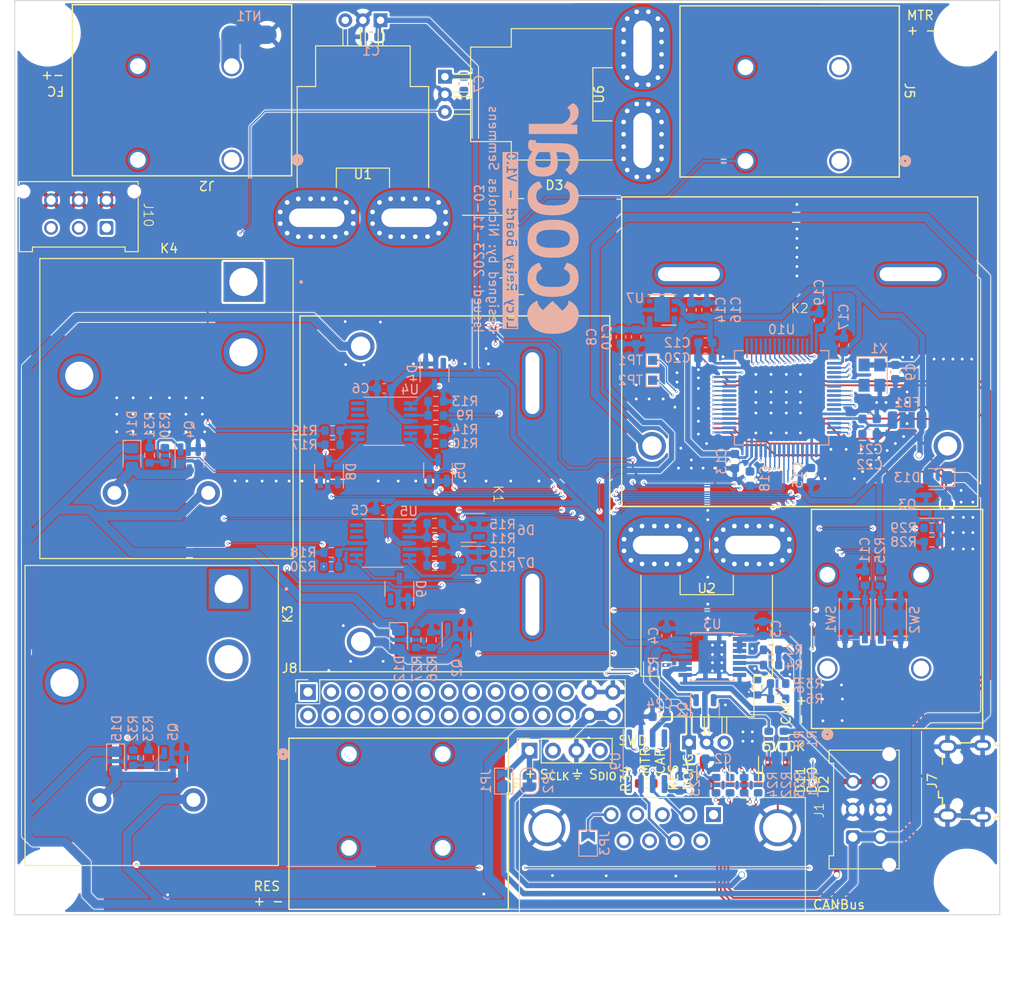
<source format=kicad_pcb>
(kicad_pcb (version 20221018) (generator pcbnew)
  (title_block (title "Lucy Relay Board") (date "2023-11-03") (rev "V1.0") (company "UofA ECOCAR") (comment 1 "Designed by: Nicholas Semmens"))
  (layers (0 "F.Cu" power) (1 "In1.Cu" power) (2 "In2.Cu" signal) (31 "B.Cu" signal) (34 "B.Paste" user) (35 "F.Paste" user) (36 "B.SilkS" user "B.Silkscreen") (37 "F.SilkS" user "F.Silkscreen") (38 "B.Mask" user) (39 "F.Mask" user) (44 "Edge.Cuts" user))
  (net 0 "")
  (net 1 "+5V")
  (net 2 "GNDA")
  (net 3 "UNPROTECTED_5V")
  (net 4 "+3V3")
  (net 5 "/MCU/~{RST}")
  (net 6 "Net-(U10-VCAP_1)")
  (net 7 "+3.3VA")
  (net 8 "/TO_LED")
  (net 9 "Net-(D2-A2)")
  (net 10 "Net-(U1-IP-)")
  (net 11 "/MAIN_POWER_BUS")
  (net 13 "/MCU/PC4")
  (net 15 "/MCU/PA6")
  (net 17 "/MCU/PC5")
  (net 19 "/MCU/PA7")
  (net 21 "/MCU/PA4")
  (net 23 "/MCU/PA5")
  (net 24 "Net-(D10-A1)")
  (net 25 "Net-(D10-A2)")
  (net 26 "Net-(D11-A1)")
  (net 27 "Net-(D11-A2)")
  (net 28 "UNPROTECTED_12V")
  (net 29 "Net-(D12-A)")
  (net 30 "Net-(D13-A)")
  (net 31 "Net-(D14-A)")
  (net 32 "Net-(D15-A)")
  (net 33 "/FC+")
  (net 34 "GNDPWR")
  (net 35 "/CAP+")
  (net 36 "/RES+")
  (net 37 "/MOTOR+")
  (net 38 "Net-(J6-Pin_1)")
  (net 39 "/MCU/PA14")
  (net 40 "/MCU/PA13")
  (net 42 "/MCU/USB_D-")
  (net 43 "/MCU/USB_D+")
  (net 45 "/MCU/PC0")
  (net 46 "/MCU/PB3")
  (net 47 "/MCU/PC1")
  (net 48 "/MCU/PB4")
  (net 49 "/MCU/PC2")
  (net 50 "/MCU/PB5")
  (net 51 "/MCU/PC3")
  (net 52 "/MCU/PB6")
  (net 53 "/MCU/PA0")
  (net 54 "/MCU/PC10")
  (net 55 "/MCU/PA1")
  (net 56 "/MCU/PC11")
  (net 57 "/MCU/PA2")
  (net 58 "/MCU/PC12")
  (net 59 "/MCU/PA3")
  (net 60 "/MCU/PD2")
  (net 61 "/MCU/PC13")
  (net 62 "/MCU/PA15")
  (net 63 "/MCU/PC14")
  (net 64 "/MCU/PA9")
  (net 65 "/MCU/PC15")
  (net 66 "/MCU/PA10")
  (net 67 "/MCU/PC6")
  (net 69 "/MCU/PC7")
  (net 70 "/RES-")
  (net 71 "/MCU/PC8")
  (net 72 "/TO_CAPS")
  (net 74 "/MCU/CAN_L")
  (net 75 "/MCU/V+")
  (net 77 "/MCU/SHIELD")
  (net 78 "/MCU/GND")
  (net 79 "/MCU/CAN_H")
  (net 81 "/MCU/V-")
  (net 82 "/MOTOR Relay/HIGH_VOLT_OUT")
  (net 83 "Net-(Q1-G)")
  (net 84 "Net-(Q1-S)")
  (net 85 "Net-(Q2-G)")
  (net 86 "Net-(Q3-G)")
  (net 87 "Net-(Q4-G)")
  (net 88 "Net-(Q5-G)")
  (net 89 "Net-(U3-UVLO)")
  (net 90 "Net-(U3-OVLO)")
  (net 91 "Net-(U3-SETI)")
  (net 92 "Net-(U4-IN1+)")
  (net 93 "Net-(U4-IN2+)")
  (net 94 "Net-(U5-IN1+)")
  (net 95 "/FC_CURR")
  (net 96 "Net-(U5-IN2+)")
  (net 97 "/CAP_CURR")
  (net 98 "Net-(U4-IN3+)")
  (net 99 "Net-(U5-IN3+)")
  (net 100 "/MOTOR_CURR")
  (net 101 "/MCU/PB12")
  (net 102 "/MCU/PB13")
  (net 103 "/MCU/PB14")
  (net 104 "/MCU/PB15")
  (net 105 "/MCU/BOOT0")
  (net 106 "/MCU/PB2")
  (net 107 "/MCU/PB10")
  (net 108 "/MCU/PB1")
  (net 109 "/MCU/PB0")
  (net 110 "/MCU/PA8")
  (net 111 "/MCU/PC9")
  (net 120 "/MCU/PB9")
  (net 121 "/MCU/PB8")
  (net 122 "/MCU/PB7")
  (net 123 "/MCU/CLK")
  (footprint "Package_TO_SOT_SMD:TO-263-2" (layer "F.Cu") (at 146.08 80.01)
    (fp_text reference "D3")
    (fp_text value "STPS5045SG-TR")
  )
  (footprint "RB_FTP:J115F11CH12VDCS61.5" (layer "F.Cu") (at 110.8 117.1)
    (fp_text reference "K3")
    (fp_text value "J115F11CH12VDCS61.5")
  )
  (footprint "RB_FTP:CONN_VP0265x4xxxxG_AMP" (layer "F.Cu") (at 175.641 125.73 90)
    (fp_text reference "J3" hide)
    (fp_text value "VP0265540000G")
  )
  (footprint "Resistor_SMD:R_0603_1608Metric" (layer "F.Cu") (at 156.019 138.176 180)
    (fp_text reference "R34")
    (fp_text value "120")
  )
  (footprint "RB_FTP:USB_Micro-B_Wuerth_629105150521" (layer "F.Cu") (at 190.5 137.922 90)
    (fp_text reference "J7")
    (fp_text value "USB_B_Micro")
  )
  (footprint "Connector_PinSocket_2.54mm:PinSocket_2x14_P2.54mm_Vertical" (layer "F.Cu") (at 119.39 128.27 90)
    (fp_text reference "J8")
    (fp_text value "Conn_02x14_Top_Bottom")
  )
  (footprint "Connector_PinSocket_2.54mm:PinSocket_1x04_P2.54mm_Vertical" (layer "F.Cu") (at 143.383 134.62 90)
    (fp_text reference "J6" hide)
    (fp_text value "SWD_HEADER")
  )
  (footprint "RB_FTP:CONN_VP0265x4xxxxG_AMP" (layer "F.Cu") (at 123.825 135.001)
    (fp_text reference "J4")
    (fp_text value "VP0265540000G")
  )
  (footprint "RB_FTP:STD_PWR_HEADER" (layer "F.Cu") (at 94.567 76.278 180)
    (fp_text reference "J10")
    (fp_text value "STD_PWR_HEADER")
  )
  (footprint "MountingHole:MountingHole_3.2mm_M3" (layer "F.Cu") (at 190.754 56.896)
    (fp_text reference "H3" hide)
    (fp_text value "MountingHole")
  )
  (footprint "Package_TO_SOT_SMD:SOT-23-3" (layer "F.Cu") (at 163.068 137.033 -90)
    (fp_text reference "D11")
    (fp_text value "AM23ESGW")
  )
  (footprint "RB_FTP:HE1AN-P-DC12V-Y5" (layer "F.Cu") (at 172.65 88.9)
    (fp_text reference "K2")
    (fp_text value "HE1AN-P-DC12V-Y5")
  )
  (footprint "RB_FTP:HE1AN-P-DC12V-Y5" (layer "F.Cu") (at 137.795 106.805 -90)
    (fp_text reference "K1")
    (fp_text value "HE1AN-P-DC12V-Y5")
  )
  (footprint "RB_FTP:CONN_VP0265x4xxxxG_AMP" (layer "F.Cu") (at 111.125 70.612 180)
    (fp_text reference "J2")
    (fp_text value "VP0265540000G")
  )
  (footprint "RB_FTP:Allegro_CB_PFF_Adjusted" (layer "F.Cu") (at 160.66 133.745)
    (fp_text reference "U2")
    (fp_text value "ACS770LCB-050B-PFF")
  )
  (footprint "MountingHole:MountingHole_3.2mm_M3" (layer "F.Cu") (at 91.186 148.844)
    (fp_text reference "H4" hide)
    (fp_text value "MountingHole")
  )
  (footprint "MountingHole:MountingHole_3.2mm_M3" (layer "F.Cu") (at 190.754 148.844)
    (fp_text reference "H2" hide)
    (fp_text value "MountingHole")
  )
  (footprint "RB_FTP:STD_PWR_HEADER" (layer "F.Cu") (at 180.1 141 90)
    (fp_text reference "J1")
    (fp_text value "STD_PWR_HEADER")
  )
  (footprint "Package_TO_SOT_SMD:SOT-23-3" (layer "F.Cu") (at 166.624 137.033 -90)
    (fp_text reference "D10")
    (fp_text value "AM23ESGW")
  )
  (footprint "Package_TO_SOT_SMD:SOT-23-3" (layer "F.Cu") (at 170.18 137.033 -90)
    (fp_text reference "D2")
    (fp_text value "AM23ESGW")
  )
  (footprint "RB_FTP:Allegro_CB_PFF_Adjusted" (layer "F.Cu") (at 134.225 61.6 -90)
    (fp_text reference "U6")
    (fp_text value "ACS770LCB-050U-PFF")
  )
  (footprint "RB_FTP:CONN_VP0265x4xxxxG_AMP" (layer "F.Cu") (at 176.9316 70.739101 180)
    (fp_text reference "J5")
    (fp_text value "VP0265540000G")
  )
  (footprint "RB_FTP:J115F11CH12VDCS61.5" (layer "F.Cu") (at 112.4 83.84)
    (fp_text reference "K4")
    (fp_text value "J115F11CH12VDCS61.5")
  )
  (footprint "Connector_Dsub:DSUB-9_Female_Horizontal_P2.77x2.84mm_EdgePinOffset7.70mm_Housed_MountingHolesOffset9.12mm" (layer "F.Cu") (at 163.31 141.559)
    (fp_text reference "J9" hide)
    (fp_text value "DE9_Receptacle_MountingHoles")
  )
  (footprint "MountingHole:MountingHole_3.2mm_M3" (layer "F.Cu") (at 91.186 56.896)
    (fp_text reference "H1" hide)
    (fp_text value "MountingHole")
  )
  (footprint "RB_FTP:Allegro_CB_PFF_Adjusted" (layer "F.Cu") (at 127.249 55.485 180)
    (fp_text reference "U1")
    (fp_text value "ACS770LCB-050U-PFF")
  )
  (footprint "Resistor_SMD:R_0603_1608Metric" (layer "B.Cu") (at 165.1 138.366 90)
    (fp_text reference "R23")
    (fp_text value "140")
  )
  (footprint "Button_Switch_SMD:SW_SPST_PTS810" (layer "B.Cu") (at 178.63 120.396 -90)
    (fp_text reference "SW1")
    (fp_text value "PTS815 SJM 250 SMTR LFS")
  )
  (footprint "Resistor_SMD:R_0603_1608Metric" (layer "B.Cu") (at 121.92 113.157 180)
    (fp_text reference "R18")
    (fp_text value "200k")
  )
  (footprint "Package_TO_SOT_SMD:SOT-23-3" (layer "B.Cu") (at 104.775 136.017 -90)
    (fp_text reference "Q5")
    (fp_text value "SI2302A-TPMSCT-ND")
  )
  (footprint "Resistor_SMD:R_0603_1608Metric" (layer "B.Cu") (at 169.545 123.698)
    (fp_text reference "R2")
    (fp_text value "2.2M")
  )
  (footprint "NetTie:NetTie-2_SMD_Pad2.0mm" (layer "B.Cu") (at 112.998 57.055 180)
    (fp_text reference "NT1")
    (fp_text value "NetTie_2" hide)
  )
  (footprint "Resistor_SMD:R_0603_1608Metric" (layer "B.Cu") (at 133.096 111.506)
    (fp_text reference "R11")
    (fp_text value "100k")
  )
  (footprint "Package_TO_SOT_SMD:SOT-23-3" (layer "B.Cu") (at 133.477 104.267 90)
    (fp_text reference "D5")
    (fp_text value "BZX84-C3V3,215")
  )
  (footprint "Package_SO:SOIC-8_3.9x4.9mm_P1.27mm" (layer "B.Cu") (at 156.083 135.763 -90)
    (fp_text reference "U9")
    (fp_text value "MCP2542FD-E/SN")
  )
  (footprint "Resistor_SMD:R_0603_1608Metric" (layer "B.Cu") (at 121.92 114.681 180)
    (fp_text reference "R20")
    (fp_text value "100k")
  )
  (footprint "RB_FTP:ecocar_logo" (layer "B.Cu") (at 145.923 76.962 90)
    (fp_text reference "G***" hide)
    (fp_text value "LOGO" hide)
  )
  (footprint "Capacitor_SMD:C_0603_1608Metric" (layer "B.Cu") (at 183.007 93.599 -90)
    (fp_text reference "C9")
    (fp_text value "100n")
  )
  (footprint "Capacitor_SMD:C_0603_1608Metric" (layer "B.Cu") (at 162.433 92.075 180)
    (fp_text reference "C20")
    (fp_text value "100n")
  )
  (footprint "Capacitor_SMD:C_0603_1608Metric" (layer "B.Cu") (at 165.608 103.251 -90)
    (fp_text reference "C13")
    (fp_text value "100n")
  )
  (footprint "Capacitor_SMD:C_0603_1608Metric" (layer "B.Cu") (at 179.705 115.951 90)
    (fp_text reference "C11")
    (fp_text value "100n")
  )
  (footprint "Package_TO_SOT_SMD:SOT-23-3" (layer "B.Cu") (at 136.779 110.49 180)
    (fp_text reference "D6")
    (fp_text value "BZX84-C3V3,215")
  )
  (footprint "Resistor_SMD:R_0603_1608Metric" (layer "B.Cu") (at 163.576 138.366 -90)
    (fp_text reference "R24")
    (fp_text value "130")
  )
  (footprint "Diode_SMD:D_0805_2012Metric_Pad1.15x1.40mm_HandSolder" (layer "B.Cu") (at 129.1905 122.619 -90)
    (fp_text reference "D12")
    (fp_text value "SD0805S020S1R0")
  )
  (footprint "Capacitor_SMD:C_0603_1608Metric" (layer "B.Cu") (at 157.48 130.937)
    (fp_text reference "C24")
    (fp_text value "100n")
  )
  (footprint "Package_SO:TSSOP-14_4.4x5mm_P0.65mm" (layer "B.Cu") (at 127.635 98.933 180)
    (fp_text reference "U4")
    (fp_text value "TSV914IPT")
  )
  (footprint "Capacitor_SMD:C_0603_1608Metric" (layer "B.Cu") (at 136.271 62.357 -90)
    (fp_text reference "C7")
    (fp_text value "100n")
  )
  (footprint "Capacitor_SMD:C_0603_1608Metric" (layer "B.Cu") (at 168.656 121.412 90)
    (fp_text reference "C3")
    (fp_text value "1u")
  )
  (footprint "Resistor_SMD:R_0603_1608Metric" (layer "B.Cu") (at 133.223 99.822)
    (fp_text reference "R14")
    (fp_text value "200k")
  )
  (footprint "Resistor_SMD:R_0603_1608Metric" (layer "B.Cu") (at 169.291 133.35 90)
    (fp_text reference "R8")
    (fp_text value "150")
  )
  (footprint "Package_TO_SOT_SMD:SOT-23-3" (layer "B.Cu") (at 135.477 122.555 -90)
    (fp_text reference "Q2")
    (fp_text value "SI2302A-TPMSCT-ND")
  )
  (footprint "Capacitor_SMD:C_0603_1608Metric" (layer "B.Cu") (at 177.419 90.678 90)
    (fp_text reference "C17")
    (fp_text value "100n")
  )
  (footprint "TestPoint:TestPoint_Pad_1.0x1.0mm" (layer "B.Cu") (at 156.718 92.329 180)
    (fp_text reference "TP1")
    (fp_text value "TestPoint_Alt")
  )
  (footprint "Capacitor_SMD:C_0603_1608Metric" (layer "B.Cu") (at 161.671 135.509)
    (fp_text reference "C2")
    (fp_text value "100n")
  )
  (footprint "Resistor_SMD:R_0603_1608Metric" (layer "B.Cu") (at 132.7465 122.619 90)
    (fp_text reference "R26")
    (fp_text value "100k")
  )
  (footprint "Package_QFP:LQFP-64_10x10mm_P0.5mm" (layer "B.Cu") (at 170.688 96.393 180)
    (fp_text reference "U10")
    (fp_text value "STM32F446RETx")
  )
  (footprint "Resistor_SMD:R_0603_1608Metric" (layer "B.Cu") (at 133.223 96.774)
    (fp_text reference "R13")
    (fp_text value "200k")
  )
  (footprint "Resistor_SMD:R_0603_1608Metric" (layer "B.Cu") (at 122.047 99.949 180)
    (fp_text reference "R19")
    (fp_text value "100k")
  )
  (footprint "Package_TO_SOT_SMD:SOT-23-3" (layer "B.Cu") (at 133.096 93.853 -90)
    (fp_text reference "D4")
    (fp_text value "BZX84-C3V3,215")
  )
  (footprint "Capacitor_SMD:C_0603_1608Metric" (layer "B.Cu") (at 153.289 89.789 -90)
    (fp_text reference "C8")
    (fp_text value "1u")
  )
  (footprint "Jumper:SolderJumper-2_P1.3mm_Bridged_RoundedPad1.0x1.5mm" (layer "B.Cu") (at 143.383 137.922 90)
    (fp_text reference "JP2")
    (fp_text value "SolderJumper_2_Bridged")
  )
  (footprint "Resistor_SMD:R_0603_1608Metric" (layer "B.Cu") (at 181.356 115.951 -90)
    (fp_text reference "R25")
    (fp_text value "10k")
  )
  (footprint "Capacitor_SMD:C_0603_1608Metric" (layer "B.Cu") (at 162.56 86.855 90)
    (fp_text reference "C16")
    (fp_text value "100n")
  )
  (footprint "Resistor_SMD:R_0603_1608Metric" (layer "B.Cu") (at 122.047 101.473 180)
    (fp_text reference "R17")
    (fp_text value "200k")
  )
  (footprint "Diode_SMD:D_0805_2012Metric_Pad1.15x1.40mm_HandSolder" (layer "B.Cu") (at 187.579 105.029 180)
    (fp_text reference "D13")
    (fp_text value "SD0805S020S1R0")
  )
  (footprint "Package_SO:TSSOP-14_4.4x5mm_P0.65mm" (layer "B.Cu") (at 127.508 112.141 180)
    (fp_text reference "U5")
    (fp_text value "TSV914IPT")
  )
  (footprint "Package_TO_SOT_SMD:SOT-23-3" (layer "B.Cu") (at 106.553 103.124 -90)
    (fp_text reference "Q4")
    (fp_text value "SI2302A-TPMSCT-ND")
  )
  (footprint "Capacitor_SMD:C_0603_1608Metric" (layer "B.Cu") (at 162.433 90.424 180)
    (fp_text reference "C12")
    (fp_text value "4u7")
  )
  (footprint "Resistor_SMD:R_0603_1608Metric" (layer "B.Cu") (at 133.223 98.298)
    (fp_text reference "R9")
    (fp_text value "100k")
  )
  (footprint "Package_TO_SOT_SMD:SOT-23-3" (layer "B.Cu") (at 121.666 104.394 90)
    (fp_text reference "D8")
    (fp_text value "BZX84-C3V3,215")
  )
  (footprint "Package_TO_SOT_SMD:SOT-23-3" (layer "B.Cu") (at 162.372 130.2965 -90)
    (fp_text reference "Q1")
    (fp_text value "SI2302A-TPMSCT-ND")
  )
  (footprint "Resistor_SMD:R_0603_1608Metric" (layer "B.Cu") (at 158.242 125.349 -90)
    (fp_text reference "R7")
    (fp_text value "100k")
  )
  (footprint "Capacitor_SMD:C_0603_1608Metric" (layer "B.Cu") (at 160.909 86.868 90)
    (fp_text reference "C14")
    (fp_text value "1u")
  )
  (footprint "Diode_SMD:D_0805_2012Metric_Pad1.15x1.40mm_HandSolder" (layer "B.Cu") (at 98.552 135.763 -90)
    (fp_text reference "D15")
    (fp_text value "SD0805S020S1R0")
  )
  (footprint "Jumper:SolderJumper-2_P1.3mm_Open_TrianglePad1.0x1.5mm" (layer "B.Cu") (at 149.733 144.653 90)
    (fp_text reference "JP3")
    (fp_text value "SolderJumper_2_Open")
  )
  (footprint "Resistor_SMD:R_0603_1608Metric" (layer "B.Cu") (at 133.096 114.554)
    (fp_text reference "R12")
    (fp_text value "100k")
  )
  (footprint "Capacitor_SMD:C_0603_1608Metric" (layer "B.Cu") (at 173.863 104.775 -90)
    (fp_text reference "C15")
    (fp_text value "100n")
  )
  (footprint "Resistor_SMD:R_0603_1608Metric" (layer "B.Cu") (at 170.307 127.358127)
    (fp_text reference "R3")
    (fp_text value "950k")
  )
  (footprint "Resistor_SMD:R_0603_1608Metric" (layer "B.Cu") (at 133.096 113.03)
    (fp_text reference "R16")
    (fp_text value "200k")
  )
  (footprint "Resistor_SMD:R_0603_1608Metric" (layer "B.Cu") (at 170.942 133.35 90)
    (fp_text reference "R1")
    (fp_text value "160")
  )
  (footprint "Package_TO_SOT_SMD:SOT-23-3" (layer "B.Cu") (at 136.779 114.046 180)
    (fp_text reference "D7")
    (fp_text value "BZX84-C3V3,215")
  )
  (footprint "Package_DFN_QFN:DFN-6-1EP_3x3mm_P0.95mm_EP1.7x2.6mm" (layer "B.Cu") (at 157.734 86.868)
    (fp_text reference "U7")
    (fp_text value "LD39050PU33R")
  )
  (footprint "Inductor_SMD:L_1206_3216Metric" (layer "B.Cu") (at 184.277 98.806 180)
    (fp_text reference "FB1")
    (fp_text value "120R")
  )
  (footprint "Diode_SMD:D_0805_2012Metric_Pad1.15x1.40mm_HandSolder" (layer "B.Cu") (at 100.33 102.87 -90)
    (fp_text reference "D14")
    (fp_text value "SD0805S020S1R0")
  )
  (footprint "Resistor_SMD:R_0603_1608Metric" (layer "B.Cu") (at 170.307 129.009127)
    (fp_text reference "R5")
    (fp_text value "550k")
  )
  (footprint "Resistor_SMD:R_0603_1608Metric" (layer "B.Cu") (at 133.223 101.346)
    (fp_text reference "R10")
    (fp_text value "100k")
  )
  (footprint "Capacitor_SMD:C_0603_1608Metric" (layer "B.Cu") (at 180.213 100.33)
    (fp_text reference "C22")
    (fp_text value "1u")
  )
  (footprint "Resistor_SMD:R_0603_1608Metric" (layer "B.Cu") (at 131.0955 122.619 90)
    (fp_text reference "R27")
    (fp_text value "220")
  )
  (footprint "Capacitor_SMD:C_0603_1608Metric" (layer "B.Cu") (at 126.238 57.277 180)
    (fp_text reference "C1")
    (fp_text value "100n")
  )
  (footprint "Resistor_SMD:R_0603_1608Metric" (layer "B.Cu") (at 168.148 138.366 90)
    (fp_text reference "R21")
    (fp_text value "140")
  )
  (footprint "Capacitor_SMD:C_0603_1608Metric" (layer "B.Cu") (at 127.508 108.585 180)
    (fp_text reference "C5")
    (fp_text value "100n")
  )
  (footprint "Resistor_SMD:R_0603_1608Metric" (layer "B.Cu") (at 169.545 125.349)
    (fp_text reference "R4")
    (fp_text value "2.2M")
  )
  (footprint "Capacitor_SMD:C_0603_1608Metric" (layer "B.Cu") (at 159.639 138.176 90)
    (fp_text reference "C23")
    (fp_text value "100n")
  )
  (footprint "Capacitor_SMD:C_0603_1608Metric" (layer "B.Cu") (at 127.635 95.377 180)
    (fp_text reference "C6")
    (fp_text value "100n")
  )
  (footprint "Resistor_SMD:R_0603_1608Metric" (layer "B.Cu") (at 166.624 138.366 -90)
    (fp_text reference "R22")
    (fp_text value "130")
  )
  (footprint "Resistor_SMD:R_0603_1608Metric" (layer "B.Cu") (at 133.096 109.982)
    (fp_text reference "R15")
    (fp_text value "200k")
  )
  (footprint "Resistor_SMD:R_0603_1608Metric" (layer "B.Cu") (at 102.235 102.616 90)
    (fp_text reference "R31")
    (fp_text value "100k")
  )
  (footprint "Capacitor_SMD:C_0603_1608Metric" (layer "B.Cu") (at 174.752 88.011 90)
    (fp_text reference "C19")
    (fp_text value "100n")
  )
  (footprint "Capacitor_SMD:C_0603_1608Metric" (layer "B.Cu") (at 180.213 98.679)
    (fp_text reference "C21")
    (fp_text value "100n")
  )
  (footprint "Resistor_SMD:R_0603_1608Metric" (layer "B.Cu") (at 168.021 127.762 90)
    (fp_text reference "R6")
    (fp_text value "11.5k")
  )
  (footprint "Resistor_SMD:R_0603_1608Metric" (layer "B.Cu") (at 186.944 110.49 180)
    (fp_text reference "R29")
    (fp_text value "220")
  )
  (footprint "Package_TO_SOT_SMD:SOT-23-3" (layer "B.Cu") (at 129.286 117.094 90)
    (fp_text reference "D9")
    (fp_text value "BZX84-C3V3,215")
  )
  (footprint "Capacitor_SMD:C_0603_1608Metric" (layer "B.Cu") (at 154.94 89.789 -90)
    (fp_text reference "C10")
    (fp_text value "100n")
  )
  (footprint "Capacitor_SMD:C_0603_1608Metric" (layer "B.Cu") (at 167.259 105.156 -90)
    (fp_text reference "C18")
    (fp_text value "4u7")
  )
  (footprint "Package_TO_SOT_SMD:SOT-23-3" (layer "B.Cu") (at 187.4465 107.889)
    (fp_text reference "Q3")
    (fp_text value "SI2302A-TPMSCT-ND")
  )
  (footprint "Resistor_SMD:R_0603_1608Metric" (layer "B.Cu") (at 100.457 135.382 90)
    (fp_text reference "R32")
    (fp_text value "220")
  )
  (footprint "Capacitor_SMD:C_0603_1608Metric" (layer "B.Cu") (at 158.242 122.174 -90)
    (fp_text reference "C4")
    (fp_text value "1u")
  )
  (footprint "Resistor_SMD:R_0603_1608Metric" (layer "B.Cu") (at 103.886 102.616 90)
    (fp_text reference "R30")
    (fp_text value "220")
  )
  (footprint "Jumper:SolderJumper-2_P1.3mm_Open_TrianglePad1.0x1.5mm" (layer "B.Cu") (at 140.589 137.922 90)
    (fp_text reference "JP1")
    (fp_text value "SolderJumper_2_Open")
  )
  (footprint "Package_SO:TSSOP-14-1EP_4.4x5mm_P0.65mm" (layer "B.Cu") (at 163.183 124.471 180)
    (fp_text reference "U3")
    (fp_text value "MAX14572")
  )
  (footprint "Crystal:Crystal_SMD_3225-4Pin_3.2x2.5mm" (layer "B.Cu") (at 180.467 93.9292 -90)
    (fp_text reference "X1")
    (fp_text value "OXETDLJANF-8MHZ ")
  )
  (footprint "TestPoint:TestPoint_Pad_1.0x1.0mm" (layer "B.Cu") (at 156.718 94.488 180)
    (fp_text reference "TP2")
    (fp_text value "TestPoint_Alt")
  )
  (footprint "Resistor_SMD:R_0603_1608Metric" (layer "B.Cu") (at 186.944 112.014 180)
    (fp_text reference "R28")
    (fp_text value "100k")
  )
  (footprint "Resistor_SMD:R_0603_1608Metric" (layer "B.Cu") (at 102.108 135.382 90)
    (fp_text reference "R33")
    (fp_text value "100k")
  )
  (footprint "Button_Switch_SMD:SW_SPST_PTS810" (layer "B.Cu") (at 182.499 120.437 90)
    (fp_text reference "SW2")
    (fp_text value "PTS815 SJM 250 SMTR LFS\n")
  )
  (gr_line (start 194.31 152.4) (end 87.63 152.4) (stroke (width 0.1)) (layer "Edge.Cuts"))
  (gr_line (start 87.63 53.34) (end 87.63 152.4) (stroke (width 0.1)) (layer "Edge.Cuts"))
  (gr_line (start 87.63 53.34) (end 194.31 53.34) (stroke (width 0.1)) (layer "Edge.Cuts"))
  (gr_line (start 194.31 53.34) (end 194.31 152.4) (stroke (width 0.1)) (layer "Edge.Cuts"))
  (gr_text "${COMMENT1}\nIssued: ${ISSUE_DATE}" (at 137.287 89.456672 270) (layer "B.SilkS") (effects (font (size 1 1)) (justify left bottom mirror)))
  (gr_text "${TITLE} - ${REVISION}" (at 140.843 89.088815 -90) (layer "B.SilkS" knockout) (effects (font (size 1 1)) (justify left bottom mirror)))
  (gr_text "S_{CLK}" (at 144.399 137.795) (layer "F.SilkS") (effects (font (size 1 1)) (justify left bottom)))
  (gr_text "MTR\nCAP" (at 158.115 137.287 90) (layer "F.SilkS") (effects (font (size 1 1)) (justify left bottom)))
  (gr_text "RES\n+ -" (at 113.411 151.511) (layer "F.SilkS") (effects (font (size 1 1)) (justify left bottom)))
  (gr_text "CAP\n- +" (at 173.355 131.953 90) (layer "F.SilkS") (effects (font (size 1 1)) (justify left bottom)))
  (gr_text "FC\n-+" (at 93.091 60.96 180) (layer "F.SilkS") (effects (font (size 1 1)) (justify left bottom)))
  (gr_text "5V_OK" (at 168.529 134.747) (layer "F.SilkS") (effects (font (size 1 1)) (justify left bottom)))
  (gr_text "MTR\n+ -" (at 184.15 57.15) (layer "F.SilkS") (effects (font (size 1 1)) (justify left bottom)))
  (gr_text "SWD" (at 152.908 134.112) (layer "F.SilkS") (effects (font (size 1 1)) (justify left bottom)))
  (gr_text "S_{DIO}" (at 149.733 137.795) (layer "F.SilkS") (effects (font (size 1 1)) (justify left bottom)))
  (gr_text "⏚" (at 147.828 137.795) (layer "F.SilkS") (effects (font (size 1 1)) (justify left bottom)))
  (gr_text "RES\nDCHG" (at 161.163 139.065 90) (layer "F.SilkS") (effects (font (size 1 1)) (justify left bottom)))
  (gr_text "CANBus" (at 173.99 151.892) (layer "F.SilkS") (effects (font (size 1 1)) (justify left bottom)))
  (gr_text "+" (at 142.748 137.668) (layer "F.SilkS") (effects (font (size 1 1)) (justify left bottom)))
  (segment (start 158.4325 129.413) (end 159.385 129.413) (width 0.6) (layer "B.Cu") (net 1))
  (segment (start 158.229 122.936) (end 156.845 122.936) (width 0.6) (layer "B.Cu") (net 1))
  (segment (start 138.1506 93.8276) (end 137.5156 93.1926) (width 0.6) (layer "B.Cu") (net 1))
  (segment (start 156.845 122.936) (end 153.924 122.936) (width 0.6) (layer "B.Cu") (net 1))
  (segment (start 159.074 88.576) (end 159.074 87.818) (width 0.6) (layer "B.Cu") (net 1))
  (segment (start 158.67 122.521) (end 158.242 122.949) (width 0.6) (layer "B.Cu") (net 1))
  (segment (start 151.892 89.408) (end 152.286 89.014) (width 0.6) (layer "B.Cu") (net 1))
  (segment (start 134.23 61.595) (end 134.225 61.6) (width 0.6) (layer "B.Cu") (net 1))
  (segment (start 156.096 89.014) (end 156.394 88.716) (width 0.6) (layer "B.Cu") (net 1))
  (segment (start 129.286 112.141) (end 128.283 111.138) (width 0.6) (layer "B.Cu") (net 1))
  (segment (start 140.1064 93.8276) (end 129.9594 93.8276) (width 0.6) (layer "B.Cu") (net 1))
  (segment (start 156.083 127.127) (end 156.083 123.698) (width 0.6) (layer "B.Cu") (net 1))
  (segment (start 152.286 89.014) (end 153.289 89.014) (width 0.6) (layer "B.Cu") (net 1))
  (segment (start 157.48 104.267) (end 158.7754 102.9716) (width 0.6) (layer "B.Cu") (net 1))
  (segment (start 130.4975 98.933) (end 129.717035 98.933) (width 0.6) (layer "B.Cu") (net 1))
  (segment (start 153.924 122.936) (end 151.77 120.782) (width 0.6) (layer "B.Cu") (net 1))
  (segment (start 158.255 129.299) (end 156.083 127.127) (width 0.6) (layer "B.Cu") (net 1))
  (segment (start 158.242 122.949) (end 158.229 122.936) (width 0.6) (layer "B.Cu") (net 1))
  (segment (start 129.717035 98.933) (end 128.41 97.625965) (width 0.6) (layer "B.Cu") (net 1))
  (segment (start 137.5156 61.595) (end 134.23 61.595) (width 0.6) (layer "B.Cu") (net 1))
  (segment (start 148.8186 107.7976) (end 129.0704 107.7976) (width 0.6) (layer "B.Cu") (net 1))
  (segment (start 160.66 133.745) (end 160.66 135.273) (width 0.6) (layer "B.Cu") (net 1))
  (segment (start 160.66 130.688) (end 160.66 133.745) (width 0.6) (layer "B.Cu") (net 1))
  (segment (start 158.623 89.027) (end 159.074 88.576) (width 0.6) (layer "B.Cu") (net 1))
  (segment (start 160.66 135.273) (end 160.896 135.509) (width 0.6) (layer "B.Cu") (net 1))
  (segment (start 129.0704 107.7976) (end 128.283 108.585) (width 0.6) (layer "B.Cu") (net 1))
  (segment (start 159.114 123.821) (end 158.242 122.949) (width 0.6) (layer "B.Cu") (net 1))
  (segment (start 137.5156 93.1926) (end 137.5156 61.595) (width 0.6) (layer "B.Cu") (net 1))
  (segment (start 128.41 97.625965) (end 128.41 95.377) (width 0.6) (layer "B.Cu") (net 1))
  (segment (start 158.7754 102.9716) (end 158.7754 100.2538) (width 0.6) (layer "B.Cu") (net 1))
  (segment (start 141.605 100.584) (end 141.605 95.3262) (width 0.6) (layer "B.Cu") (net 1))
  (segment (start 148.9075 107.8865) (end 148.8186 107.7976) (width 0.6) (layer "B.Cu") (net 1))
  (segment (start 159.385 129.413) (end 160.66 130.688) (width 0.6) (layer "B.Cu") (net 1))
  (segment (start 156.718 132.474) (end 158.255 130.937) (width 0.6) (layer "B.Cu") (net 1))
  (segment (start 154.94 89.014) (end 156.096 89.014) (width 0.6) (layer "B.Cu") (net 1))
  (segment (start 156.083 123.698) (end 156.845 122.936) (width 0.6) (layer "B.Cu") (net 1))
  (segment (start 160.233 122.521) (end 158.67 122.521) (width 0.6) (layer "B.Cu") (net 1))
  (segment (start 160.233 123.171) (end 158.464 123.171) (width 0.6) (layer "B.Cu") (net 1))
  (segment (start 151.77 120.782) (end 151.77 105.278) (width 0.6) (layer "B.Cu") (net 1))
  (segment (start 158.464 123.171) (end 158.242 122.949) (width 0.6) (layer "B.Cu") (net 1))
  (segment (start 127.013 57.277) (end 127.013 55.721) (width 0.6) (layer "B.Cu") (net 1))
  (segment (start 151.77 105.278) (end 152.781 104.267) (width 0.6) (layer "B.Cu") (net 1))
  (segment (start 137.5156 60.6044) (end 132.3962 55.485) (width 0.6) (layer "B.Cu") (net 1))
  (segment (start 151.77 110.749) (end 148.9075 107.8865) (width 0.6) (layer "B.Cu") (net 1))
  (segment (start 137.5156 61.595) (end 137.5156 60.6044) (width 0.6) (layer "B.Cu") (net 1))
  (segment (start 156.096 89.014) (end 156.109 89.027) (width 0.6) (layer "B.Cu") (net 1))
  (segment (start 148.9075 107.8865) (end 141.605 100.584) (width 0.6) (layer "B.Cu") (net 1))
  (segment (start 127.013 55.721) (end 127.249 55.485) (width 0.6) (layer "B.Cu") (net 1))
  (segment (start 156.394 88.716) (end 156.394 87.818) (width 0.6) (layer "B.Cu") (net 1))
  (segment (start 141.605 95.3262) (end 140.1064 93.8276) (width 0.6) (layer "B.Cu") (net 1))
  (segment (start 153.289 89.014) (end 154.94 89.014) (width 0.6) (layer "B.Cu") (net 1))
  (segment (start 156.718 133.288) (end 156.718 132.474) (width 0.6) (layer "B.Cu") (net 1))
  (segment (start 158.255 130.937) (end 158.255 129.299) (width 0.6) (layer "B.Cu") (net 1))
  (segment (start 158.7754 100.2538) (end 157.5816 99.06) (width 0.6) (layer "B.Cu") (net 1))
  (segment (start 130.4975 112.141) (end 129.286 112.141) (width 0.6) (layer "B.Cu") (net 1))
  (segment (start 155.702 99.06) (end 151.892 95.25) (width 0.6) (layer "B.Cu") (net 1))
  (segment (start 129.9594 93.8276) (end 128.41 95.377) (width 0.6) (layer "B.Cu") (net 1))
  (segment (start 156.109 89.027) (end 158.623 89.027) (width 0.6) (layer "B.Cu") (net 1))
  (segment (start 157.5816 99.06) (end 155.702 99.06) (width 0.6) (layer "B.Cu") (net 1))
  (segment (start 152.781 104.267) (end 157.48 104.267) (width 0.6) (layer "B.Cu") (net 1))
  (segment (start 128.283 111.138) (end 128.283 108.585) (width 0.6) (layer "B.Cu") (net 1))
  (segment (start 127.249 55.485) (end 132.3962 55.485) (width 0.6) (layer "B.Cu") (net 1))
  (segment (start 151.892 95.25) (end 151.892 89.408) (width 0.6) (layer "B.Cu") (net 1))
  (segment (start 160.233 123.821) (end 159.114 123.821) (width 0.6) (layer "B.Cu") (net 1))
  (segment (start 170.27 138.2605) (end 170.27 142.979) (width 0.2) (layer "F.Cu") (net 2))
  (segment (start 188.6 136.622) (end 188.6 134.247) (width 0.2) (layer "F.Cu") (net 2))
  (segment (start 170.18 138.1705) (end 170.27 138.2605) (width 0.2) (layer "F.Cu") (net 2))
  (segment (start 170.18 138.1705) (end 166.624 138.1705) (width 0.2) (layer "F.Cu") (net 2))
  (segment (start 163.068 138.1705) (end 166.624 138.1705) (width 0.2) (layer "F.Cu") (net 2))
  (segment (start 188.6 134.247) (end 188.65 134.197) (width 0.2) (layer "F.Cu") (net 2))
  (via (at 159.3596 94.6912) (size 0.4) (drill 0.3) (layers "F.Cu" "B.Cu") (net 2))
  (via (at 138.938 92.71) (size 0.4) (drill 0.3) (layers "F.Cu" "B.Cu") (net 2))
  (via (at 179.451 104.394) (size 0.4) (drill 0.3) (layers "F.Cu" "B.Cu") (net 2))
  (via (at 144.399 105.41) (size 0.4) (drill 0.3) (layers "F.Cu" "B.Cu") (net 2))
  (via (at 169.545 98.044) (size 0.4) (drill 0.3) (layers "F.Cu" "B.Cu") (net 2))
  (via (at 180.848 101.981) (size 0.4) (drill 0.3) (layers "F.Cu" "B.Cu") (net 2))
  (via (at 171.196 98.044) (size 0.4) (drill 0.3) (layers "F.Cu" "B.Cu") (net 2))
  (via (at 164.211 125.984) (size 0.4) (drill 0.3) (layers "F.Cu" "B.Cu") (net 2))
  (via (at 171.196 100.203) (size 0.4) (drill 0.3) (layers "F.Cu" "B.Cu") (net 2))
  (via (at 104.394 98.171) (size 0.4) (drill 0.3) (layers "F.Cu" "B.Cu") (net 2))
  (via (at 123.2154 121.0818) (size 0.4) (drill 0.3) (layers "F.Cu" "B.Cu") (net 2))
  (via (at 118.745 105.41) (size 0.4) (drill 0.3) (layers "F.Cu" "B.Cu") (net 2))
  (via (at 184.277 96.901) (size 0.4) (drill 0.3) (layers "F.Cu" "B.Cu") (net 2))
  (via (at 163.449 104.013) (size 0.4) (drill 0.3) (layers "F.Cu" "B.Cu") (net 2))
  (via (at 164.211 123.19) (size 0.4) (drill 0.3) (layers "F.Cu" "B.Cu") (net 2))
  (via (at 138.684 105.41) (size 0.4) (drill 0.3) (layers "F.Cu" "B.Cu") (net 2))
  (via (at 187.198 92.202) (size 0.4) (drill 0.3) (layers "F.Cu" "B.Cu") (net 2))
  (via (at 160.909 104.013) (size 0.4) (drill 0.3) (layers "F.Cu" "B.Cu") (net 2))
  (via (at 189.23 92.202) (size 0.4) (drill 0.3) (layers "F.Cu" "B.Cu") (net 2))
  (via (at 172.339 82.169) (size 0.4) (drill 0.3) (layers "F.Cu" "B.Cu") (net 2))
  (via (at 164.211 124.206) (size 0.4) (drill 0.3) (layers "F.Cu" "B.Cu") (net 2))
  (via (at 163.195 124.206) (size 0.4) (drill 0.3) (layers "F.Cu" "B.Cu") (net 2))
  (via (at 175.387 105.156) (size 0.4) (drill 0.3) (layers "F.Cu" "B.Cu") (net 2))
  (via (at 172.72 100.203) (size 0.4) (drill 0.3) (layers "F.Cu" "B.Cu") (net 2))
  (via (at 183.8 92) (size 0.4) (drill 0.3) (layers "F.Cu" "B.Cu") (net 2))
  (via (at 184.277 98.044) (size 0.4) (drill 0.3) (layers "F.Cu" "B.Cu") (net 2))
  (via (at 177.165 127.508) (size 0.4) (drill 0.3) (layers "F.Cu" "B.Cu") (net 2))
  (via (at 127.2286 88.1888) (size 0.4) (drill 0.3) (layers "F.Cu" "B.Cu") (net 2))
  (via (at 158.115 125.349) (size 0.4) (drill 0.3) (layers "F.Cu" "B.Cu") (net 2))
  (via (at 167.894 93.853) (size 0.4) (drill 0.3) (layers "F.Cu" "B.Cu") (net 2))
  (via (at 180.975 96.901) (size 0.4) (drill 0.3) (layers "F.Cu" "B.Cu") (net 2))
  (via (at 169.545 100.203) (size 0.4) (drill 0.3) (layers "F.Cu" "B.Cu") (net 2))
  (via (at 190.373 112.776) (size 0.4) (drill 0.3) (layers "F.Cu" "B.Cu") (net 2))
  (via (at 104.394 100.076) (size 0.4) (drill 0.3) (layers "F.Cu" "B.Cu") (net 2))
  (via (at 98.679 98.171) (size 0.4) (drill 0.3) (layers "F.Cu" "B.Cu") (net 2))
  (via (at 178.562 105.156) (size 0.4) (drill 0.3) (layers "F.Cu" "B.Cu") (net 2))
  (via (at 162.687 117.348) (size 0.4) (drill 0.3) (layers "F.Cu" "B.Cu") (net 2))
  (via (at 159.3596 93.6752) (size 0.4) (drill 0.3) (layers "F.Cu" "B.Cu") (net 2))
  (via (at 172.72 98.044) (size 0.4) (drill 0.3) (layers "F.Cu" "B.Cu") (net 2))
  (via (at 171.196 93.853) (size 0.4) (drill 0.3) (layers "F.Cu" "B.Cu") (net 2))
  (via (at 123.4186 88.138) (size 0.4) (drill 0.3) (layers "F.Cu" "B.Cu") (net 2))
  (via (at 189.23 112.776) (size 0.4) (drill 0.3) (layers "F.Cu" "B.Cu") (net 2))
  (via (at 162.687 109.601) (size 0.4) (drill 0.3) (layers "F.Cu" "B.Cu") (net 2))
  (via (at 163.195 125.095) (size 0.4) (drill 0.3) (layers "F.Cu" "B.Cu") (net 2))
  (via (at 106.172 100.076) (size 0.4) (drill 0.3) (layers "F.Cu" "B.Cu") (net 2))
  (via (at 163.195 125.984) (size 0.4) (drill 0.3) (layers "F.Cu" "B.Cu") (net 2))
  (via (at 145.8722 148.1582) (size 0.4) (drill 0.3) (layers "F.Cu" "B.Cu") (net 2))
  (via (at 159.512 104.013) (size 0.4) (drill 0.3) (layers "F.Cu" "B.Cu") (net 2))
  (via (at 172.339 75.438) (size 0.4) (drill 0.3) (layers "F.Cu" "B.Cu") (net 2))
  (via (at 130.81 92.71) (size 0.4) (drill 0.3) (layers "F.Cu" "B.Cu") (net 2))
  (via (at 167.894 96.901) (size 0.4) (drill 0.3) (layers "F.Cu" "B.Cu") (net 2))
  (via (at 169.545 93.853) (size 0.4) (drill 0.3) (layers "F.Cu" "B.Cu") (net 2))
  (via (at 177.2666 129.032) (size 0.4) (drill 0.3) (layers "F.Cu" "B.Cu") (net 2))
  (via (at 167.894 98.044) (size 0.4) (drill 0.3) (layers "F.Cu" "B.Cu") (net 2))
  (via (at 176.022 101.981) (size 0.4) (drill 0.3) (layers "F.Cu" "B.Cu") (net 2))
  (via (at 172.72 96.901) (size 0.4) (drill 0.3) (layers "F.Cu" "B.Cu") (net 2))
  (via (at 175.1076 129.032) (size 0.4) (drill 0.3) (layers "F.Cu" "B.Cu") (net 2))
  (via (at 100.457 96.393) (size 0.4) (drill 0.3) (layers "F.Cu" "B.Cu") (net 2))
  (via (at 168.148 104.775) (size 0.4) (drill 0.3) (layers "F.Cu" "B.Cu") (net 2))
  (via (at 162.56 101.346) (size 0.4) (drill 0.3) (layers "F.Cu" "B.Cu") (net 2))
  (via (at 163.195 123.19) (size 0.4) (drill 0.3) (layers "F.Cu" "B.Cu") (net 2))
  (via (at 100.457 98.171) (size 0.4) (drill 0.3) (layers "F.Cu" "B.Cu") (net 2))
  (via (at 160.909 103.124) (size 0.4) (drill 0.3) (layers "F.Cu" "B.Cu") (net 2))
  (via (at 184.277 99.187) (size 0.4) (drill 0.3) (layers "F.Cu" "B.Cu") (net 2))
  (via (at 117.348 105.41) (size 0.4) (drill 0.3) (layers "F.Cu" "B.Cu") (net 2))
  (via (at 190.373 110.998) (size 0.4) (drill 0.3) (layers "F.Cu" "B.Cu") (net 2))
  (via (at 161.671 98.933) (size 0.4) (drill 0.3) (layers "F.Cu" "B.Cu") (net 2))
  (via (at 182.118 102.108) (size 0.4) (drill 0.3) (layers "F.Cu" "B.Cu") (net 2))
  (via (at 167.513 132.588) (size 0.4) (drill 0.3) (layers "F.Cu" "B.Cu") (net 2))
  (via (at 164.338 91.948) (size 0.4) (drill 0.3) (layers "F.Cu" "B.Cu") (net 2))
  (via (at 106.172 96.393) (size 0.4) (drill 0.3) (layers "F.Cu" "B.Cu") (net 2))
  (via (at 181.991 96.901) (size 0.4) (drill 0.3) (layers "F.Cu" "B.Cu") (net 2))
  (via (at 107.95 98.171) (size 0.4) (drill 0.3) (layers "F.Cu" "B.Cu") (net 2))
  (via (at 172.339 83.185) (size 0.4) (drill 0.3) (layers "F.Cu" "B.Cu") (net 2))
  (via (at 108.204 100.076) (size 0.4) (drill 0.3) (layers "F.Cu" "B.Cu") (net 2))
  (via (at 168.148 105.537) (size 0.4) (drill 0.3) (layers "F.Cu" "B.Cu") (net 2))
  (via (at 172.339 79.121) (size 0.4) (drill 0.3) (layers "F.Cu" "B.Cu") (net 2))
  (via (at 125.4506 92.8116) (size 0.4) (drill 0.3) (layers "F.Cu" "B.Cu") (net 2))
  (via (at 189.23 109.347) (size 0.4) (drill 0.3) (layers "F.Cu" "B.Cu") (net 2))
  (via (at 184.8 92) (size 0.4) (drill 0.3) (layers "F.Cu" "B.Cu") (net 2))
  (via (at 191.262 92.202) (size 0.4) (drill 0.3) (layers "F.Cu" "B.Cu") (net 2))
  (via (at 136.398 92.71) (size 0.4) (drill 0.3) (layers "F.Cu" "B.Cu") (net 2))
  (via (at 189.23 110.998) (size 0.4) (drill 0.3) (layers "F.Cu" "B.Cu") (net 2))
  (via (at 162.687 118.745) (size 0.4) (drill 0.3) (layers "F.Cu" "B.Cu") (net 2))
  (via (at 162.687 108.585) (size 0.4) (drill 0.3) (layers "F.Cu" "B.Cu") (net 2))
  (via (at 162.687 120.269) (size 0.4) (drill 0.3) (layers "F.Cu" "B.Cu") (net 2))
  (via (at 121.6406 125.9332) (size 0.4) (drill 0.3) (layers "F.Cu" "B.Cu") (net 2))
  (via (at 138.684 91.059) (size 0.4) (drill 0.3) (layers "F.Cu" "B.Cu") (net 2))
  (via (at 169.545 96.901) (size 0.4) (drill 0.3) (layers "F.Cu" "B.Cu") (net 2))
  (via (at 172.72 93.853) (size 0.4) (drill 0.3) (layers "F.Cu" "B.Cu") (net 2))
  (via (at 184.277 95.758) (size 0.4) (drill 0.3) (layers "F.Cu" "B.Cu") (net 2))
  (via (at 175.1584 131.3942) (size 0.4) (drill 0.3) (layers "F.Cu" "B.Cu") (net 2))
  (via (at 159.131 97.409) (size 0.4) (drill 0.3) (layers "F.Cu" "B.Cu") (net 2))
  (via (at 191.389 110.998) (size 0.4) (drill 0.3) (layers "F.Cu" "B.Cu") (net 2))
  (via (at 156.337 96.52) (size 0.4) (drill 0.3) (layers "F.Cu" "B.Cu") (net 2))
  (via (at 167.513 123.571) (size 0.4) (drill 0.3) (layers "F.Cu" "B.Cu") (net 2))
  (via (at 159.385 92.202) (size 0.4) (drill 0.3) (layers "F.Cu" "B.Cu") (net 2))
  (via (at 172.339 80.137) (size 0.4) (drill 0.3) (layers "F.Cu" "B.Cu") (net 2))
  (via (at 102.362 100.076) (size 0.4) (drill 0.3) (layers "F.Cu" "B.Cu") (net 2))
  (via (at 164.211 125.095) (size 0.4) (drill 0.3) (layers "F.Cu" "B.Cu") (net 2))
  (via (at 172.339 81.153) (size 0.4) (drill 0.3) (layers "F.Cu" "B.Cu") (net 2))
  (via (at 172.72 95.758) (size 0.4) (drill 0.3) (layers "F.Cu" "B.Cu") (net 2))
  (via (at 183.1594 96.901) (size 0.4) (drill 0.3) (layers "F.Cu" "B.Cu") (net 2))
  (via (at 159.2326 148.209) (size 0.4) (drill 0.3) (layers "F.Cu" "B.Cu") (net 2))
  (via (at 166.497 133.604) (size 0.4) (drill 0.3) (layers "F.Cu" "B.Cu") (net 2))
  (via (at 162.687 121.539) (size 0.4) (drill 0.3) (layers "F.Cu" "B.Cu") (net 2))
  (via (at 177.2412 131.3688) (size 0.4) (drill 0.3) (layers "F.Cu" "B.Cu") (net 2))
  (via (at 159.766 101.854) (size 0.4) (drill 0.3) (layers "F.Cu" "B.Cu") (net 2))
  (via (at 156.845 125.73) (size 0.4) (drill 0.3) (layers "F.Cu" "B.Cu") (net 2))
  (via (at 154.94 94.996) (size 0.4) (drill 0.3) (layers "F.Cu" "B.Cu") (net 2))
  (via (at 167.513 133.604) (size 0.4) (drill 0.3) (layers "F.Cu" "B.Cu") (net 2))
  (via (at 102.362 98.171) (size 0.4) (drill 0.3) (layers "F.Cu" "B.Cu") (net 2))
  (via (at 115.951 105.41) (size 0.4) (drill 0.3) (layers "F.Cu" "B.Cu") (net 2))
  (via (at 98.679 100.076) (size 0.4) (drill 0.3) (layers "F.Cu" "B.Cu") (net 2))
  (via (at 177.673 101.981) (size 0.4) (drill 0.3) (layers "F.Cu" "B.Cu") (net 2))
  (via (at 141.351 105.41) (size 0.4) (drill 0.3) (layers "F.Cu" "B.Cu") (net 2))
  (via (at 151.6888 148.1836) (size 0.4) (drill 0.3) (layers "F.Cu" "B.Cu") (net 2))
  (via (at 171.196 95.758) (size 0.4) (drill 0.3) (layers "F.Cu" "B.Cu") (net 2))
  (via (at 181.229 102.87) (size 0.4) (drill 0.3) (layers "F.Cu" "B.Cu") (net 2))
  (via (at 131.064 105.41) (size 0.4) (drill 0.3) (layers "F.Cu" "B.Cu") (net 2))
  (via (at 157.861 96.52) (size 0.4) (drill 0.3) (layers "F.Cu" "B.Cu") (net 2))
  (via (at 190.373 109.347) (size 0.4) (drill 0.3) (layers "F.Cu" "B.Cu") (net 2))
  (via (at 171.577 126.365) (size 0.4) (drill 0.3) (layers "F.Cu" "B.Cu") (net 2))
  (via (at 102.362 96.393) (size 0.4) (drill 0.3) (layers "F.Cu" "B.Cu") (net 2))
  (via (at 154.94 96.52) (size 0.4) (drill 0.3) (layers "F.Cu" "B.Cu") (net 2))
  (via (at 190.119 106.426) (size 0.4) (drill 0.3) (layers "F.Cu" "B.Cu") (net 2))
  (via (at 167.767 125.73) (size 0.4) (drill 0.3) (layers "F.Cu" "B.Cu") (net 2))
  (via (at 129.159 105.41) (size 0.4) (drill 0.3) (layers "F.Cu" "B.Cu") (net 2))
  (via (at 190.246 92.202) (size 0.4) (drill 0.3) (layers "F.Cu" "B.Cu") (net 2))
  (via (at 167.894 100.203) (size 0.4) (drill 0.3) (layers "F.Cu" "B.Cu") (net 2))
  (via (at 175.1076 127.508) (size 0.4) (drill 0.3) (layers "F.Cu" "B.Cu") (net 2))
  (via (at 191.389 112.776) (size 0.4) (drill 0.3) (layers "F.Cu" "B.Cu") (net 2))
  (via (at 100.457 100.076) (size 0.4) (drill 0.3) (layers "F.Cu" "B.Cu") (net 2))
  (via (at 191.389 107.696) (size 0.4) (drill 0.3) (layers "F.Cu" "B.Cu") (net 2))
  (via (at 171.196 96.901) (size 0.4) (drill 0.3) (layers "F.Cu" "B.Cu") (net 2))
  (via (at 167.894 95.758) (size 0.4) (drill 0.3) (layers "F.Cu" "B.Cu") (net 2))
  (via (at 127 105.41) (size 0.4) (drill 0.3) (layers "F.Cu" "B.Cu") (net 2))
  (via (at 161.671 93.345) (size 0.4) (drill 0.3) (layers "F.Cu" "B.Cu") (net 2))
  (via (at 191.389 109.347) (size 0.4) (drill 0.3) (layers "F.Cu" "B.Cu") (net 2))
  (via (at 98.679 96.393) (size 0.4) (drill 0.3) (layers "F.Cu" "B.Cu") (net 2))
  (via (at 149.7838 133.2484) (size 0.4) (drill 0.3) (layers "F.Cu" "B.Cu") (net 2))
  (via (at 161.671 100.33) (size 0.4) (drill 0.3) (layers "F.Cu" "B.Cu") (net 2))
  (via (at 190.119 107.696) (size 0.4) (drill 0.3) (layers "F.Cu" "B.Cu") (net 2))
  (via (at 156.0576 134.3914) (size 0.4) (drill 0.3) (layers "F.Cu" "B.Cu") (net 2))
  (via (at 107.95 96.393) (size 0.4) (drill 0.3) (layers "F.Cu" "B.Cu") (net 2))
  (via (at 180.34 103.632) (size 0.4) (drill 0.3) (layers "F.Cu" "B.Cu") (net 2))
  (via (at 136.398 105.41) (size 0.4) (drill 0.3) (layers "F.Cu" "B.Cu") (net 2))
  (via (at 104.394 96.393) (size 0.4) (drill 0.3) (layers "F.Cu" "B.Cu") (net 2))
  (via (at 164.592 129.667) (size 0.4) (drill 0.3) (layers "F.Cu" "B.Cu") (net 2))
  (via (at 112.776 105.41) (size 0.4) (drill 0.3) (layers "F.Cu" "B.Cu") (net 2))
  (via (at 106.172 98.171) (size 0.4) (drill 0.3) (layers "F.Cu" "B.Cu") (net 2))
  (via (at 138.43 150.1648) (size 0.4) (drill 0.3) (layers "F.Cu" "B.Cu") (net 2))
  (via (at 166.497 132.588) (size 0.4) (drill 0.3) (layers "F.Cu" "B.Cu") (net 2))
  (via (at 124.0028 124.9426) (size 0.4) (drill 0.3) (layers "F.Cu" "B.Cu") (net 2))
  (via (at 162.179 104.013) (size 0.4) (drill 0.3) (layers "F.Cu" "B.Cu") (net 2))
  (via (at 188.214 92.202) (size 0.4) (drill 0.3) (layers "F.Cu" "B.Cu") (net 2))
  (via (at 161.671 97.536) (size 0.4) (drill 0.3) (layers "F.Cu" "B.Cu") (net 2))
  (via (at 127.5334 124.9426) (size 0.4) (drill 0.3) (layers "F.Cu" "B.Cu") (net 2))
  (via (at 172.339 78.105) (size 0.4) (drill 0.3) (layers "F.Cu" "B.Cu") (net 2))
  (via (at 123.4694 92.7862) (size 0.4) (drill 0.3) (layers "F.Cu" "B.Cu") (net 2))
  (via (at 179.324 101.981) (size 0.4) (drill 0.3) (layers "F.Cu" "B.Cu") (net 2))
  (via (at 169.545 95.758) (size 0.4) (drill 0.3) (layers "F.Cu" "B.Cu") (net 2))
  (via (at 104.1908 150.241) (size 0.4) (drill 0.3) (layers "F.Cu" "B.Cu") (net 2))
  (via (at 162.687 115.824) (size 0.4) (drill 0.3) (layers "F.Cu" "B.Cu") (net 2))
  (via (at 161.671 95.377) (size 0.4) (drill 0.3) (layers "F.Cu" "B.Cu") (net 2))
  (via (at 161.671 94.234) (size 0.4) (drill 0.3) (layers "F.Cu" "B.Cu") (net 2))
  (via (at 121.539 105.4354) (size 0.4) (drill 0.3) (layers "F.Cu" "B.Cu") (net 2))
  (via (at 114.427 105.41) (size 0.4) (drill 0.3) (layers "F.Cu" "B.Cu") (net 2))
  (via (at 111.5 105.4) (size 0.4) (drill 0.3) (layers "F.Cu" "B.Cu") (net 2))
  (via (at 183.896 100.584) (size 0.4) (drill 0.3) (layers "F.Cu" "B.Cu") (net 2))
  (via (at 183.007 101.346) (size 0.4) (drill 0.3) (layers "F.Cu" "B.Cu") (net 2))
  (segment (start 178.841391 98.143) (end 179.067391 97.917) (width 0.2) (layer "B.Cu") (net 2))
  (segment (start 164.211 125.649) (end 164.211 125.984) (width 0.2) (layer "B.Cu") (net 2))
  (segment (start 166.848477 103.378) (end 167.438 102.788477) (width 0.2) (layer "B.Cu") (net 2))
  (segment (start 168.021 128.587) (end 168.253127 128.587) (width 0.2) (layer "B.Cu") (net 2))
  (segment (start 126.238 112.141) (end 123.952 112.141) (width 0.2) (layer "B.Cu") (net 2))
  (segment (start 165.608 104.026) (end 165.608 104.013) (width 0.2) (layer "B.Cu") (net 2))
  (segment (start 164.546 125.984) (end 164.983 126.421) (width 0.2) (layer "B.Cu") (net 2))
  (segment (start 161.82 125.984) (end 161.383 126.421) (width 0.2) (layer "B.Cu") (net 2))
  (segment (start 173.938 88.05) (end 174.752 87.236) (width 0.2) (layer "B.Cu") (net 2))
  (segment (start 176.363 98.143) (end 178.841391 98.143) (width 0.2) (layer "B.Cu") (net 2))
  (segment (start 169.059873 128.587) (end 169.482 129.009127) (width 0.2) (layer "B.Cu") (net 2))
  (segment (start 166.243 103.378) (end 166.848477 103.378) (width 0.2) (layer "B.Cu") (net 2))
  (segment (start 164.211 125.349) (end 164.211 125.649) (width 0.2) (layer "B.Cu") (net 2))
  (segment (start 167.259 105.931) (end 166.764 105.931) (width 0.3) (layer "B.Cu") (net 2))
  (segment (start 179.067391 97.917) (end 180.226 97.917) (width 0.2) (layer "B.Cu") (net 2))
  (segment (start 166.764 105.931) (end 166.116 105.283) (width 0.3) (layer "B.Cu") (net 2))
  (segment (start 163.933 125.371) (end 163.911 125.349) (width 0.2) (layer "B.Cu") (net 2))
  (segment (start 121.095 113.093) (end 122.174 112.014) (width 0.3) (layer "B.Cu") (net 2))
  (segment (start 168.021 128.587) (end 169.059873 128.587) (width 0.2) (layer "B.Cu") (net 2))
  (segment (start 161.383 126.421) (end 160.233 126.421) (width 0.2) (layer "B.Cu") (net 2))
  (segment (start 174.752 104.661) (end 173.863 105.55) (width 0.2) (layer "B.Cu") (net 2))
  (segment (start 124.981 55.594) (end 125.09 55.485) (width 0.6) (layer "B.Cu") (net 2))
  (segment (start 123.952 112.141) (end 123.571 111.76) (width 0.2) (layer "B.Cu") (net 2))
  (segment (start 105.791 103.251) (end 105.283 103.759) (width 0.3) (layer "B.Cu") (net 2))
  (segment (start 133.921 109.982) (end 133.921 110.299) (width 0.3) (layer "B.Cu") (net 2))
  (segment (start 123.571 111.76) (end 122.809 111.76) (width 0.2) (layer "B.Cu") (net 2))
  (segment (start 163.12 93.143) (end 162.052 92.075) (width 0.2) (layer "B.Cu") (net 2))
  (segment (start 125.463 55.609) (end 125.339 55.485) (width 0.3) (layer "B.Cu") (net 2))
  (segment (start 133.921 110.299) (end 135.001 111.379) (width 0.3) (layer "B.Cu") (net 2))
  (segment (start 164.983 126.421) (end 166.133 126.421) (width 0.2) (layer "B.Cu") (net 2))
  (segment (start 174.305609 103.31) (end 174.752 103.756391) (width 0.2) (layer "B.Cu") (net 2))
  (segment (start 106.934 103.251) (end 105.791 103.251) (width 0.3) (layer "B.Cu") (net 2))
  (segment (start 162.052 92.075) (end 161.658 92.075) (width 0.2) (layer "B.Cu") (net 2))
  (segment (start 173.938 90.718) (end 173.938 88.05) (width 0.2) (layer "B.Cu") (net 2))
  (segment (start 125.463 57.277) (end 125.463 55.609) (width 0.3) (layer "B.Cu") (net 2))
  (segment (start 173.938 102.068) (end 173.938 102.945) (width 0.2) (layer "B.Cu") (net 2))
  (segment (start 165.608 104.013) (end 166.243 103.378) (width 0.2) (layer "B.Cu") (net 2))
  (segment (start 173.938 102.945) (end 174.303 103.31) (width 0.2) (layer "B.Cu") (net 2))
  (segment (start 180.226 97.917) (end 180.988 98.679) (width 0.2) (layer "B.Cu") (net 2))
  (segment (start 166.133 127.017) (end 166.133 126.421) (width 0.2) (layer "B.Cu") (net 2))
  (segment (start 168.021 128.587) (end 167.703 128.587) (width 0.2) (layer "B.Cu") (net 2))
  (segment (start 124.7725 98.933) (end 126.238 98.933) (width 0.2) (layer "B.Cu") (net 2))
  (segment (start 167.703 128.587) (end 166.133 127.017) (width 0.2) (layer "B.Cu") (net 2))
  (segment (start 168.253127 128.587) (end 169.482 127.358127) (width 0.2) (layer "B.Cu") (net 2))
  (segment (start 163.911 125.349) (end 164.211 125.349) (width 0.2) (layer "B.Cu") (net 2))
  (segment (start 165.013 93.143) (end 163.12 93.143) (width 0.2) (layer "B.Cu") (net 2))
  (segment (start 167.438 102.788477) (end 167.438 102.068) (width 0.2) (layer "B.Cu") (net 2))
  (segment (start 121.095 113.157) (end 121.095 113.093) (width 0.3) (layer "B.Cu") (net 2))
  (segment (start 124.7725 98.933) (end 123.19 98.933) (width 0.2) (layer "B.Cu") (net 2))
  (segment (start 164.211 125.984) (end 164.546 125.984) (width 0.2) (layer "B.Cu") (net 2))
  (segment (start 164.211 125.649) (end 164.211 125.649) (width 0.2) (layer "B.Cu") (net 2))
  (segment (start 174.752 103.756391) (end 174.752 104.661) (width 0.2) (layer "B.Cu") (net 2))
  (segment (start 174.303 103.31) (end 174.305609 103.31) (width 0.2) (layer "B.Cu") (net 2))
  (segment (start 176.99 137.97) (end 178.425 137.97) (width 0.6) (layer "F.Cu") (net 3))
  (segment (start 176.657 148.082) (end 176.657 138.303) (width 0.6) (layer "F.Cu") (net 3))
  (segment (start 178.425 137.97) (end 181.425 137.97) (width 0.6) (layer "F.Cu") (net 3))
  (segment (start 176.657 138.303) (end 176.99 137.97) (width 0.6) (layer "F.Cu") (net 3))
  (via (at 176.657 148.082) (size 0.7) (drill 0.6) (layers "F.Cu" "B.Cu") (net 3))
  (segment (start 170.503 130.048) (end 167.386 130.048) (width 0.6) (layer "B.Cu") (net 3))
  (segment (start 140.589 138.647) (end 140.589 147.406808) (width 0.6) (layer "B.Cu") (net 3))
  (segment (start 168.135 122.187) (end 167.801 122.521) (width 0.6) (layer "B.Cu") (net 3))
  (segment (start 172.339 123.444) (end 171.082 122.187) (width 0.6) (layer "B.Cu") (net 3))
  (segment (start 162.941 127.889) (end 159.639 127.889) (width 0.6) (layer "B.Cu") (net 3))
  (segment (start 173.355 132.9) (end 170.503 130.048) (width 0.6) (layer "B.Cu") (net 3))
  (segment (start 167.801 122.521) (end 166.133 122.521) (width 0.6) (layer "B.Cu") (net 3))
  (segment (start 171.082 122.187) (end 168.656 122.187) (width 0.6) (layer "B.Cu") (net 3))
  (segment (start 178.425 137.97) (end 173.355 132.9) (width 0.6) (layer "B.Cu") (net 3))
  (segment (start 140.589 147.955) (end 142.748 150.114) (width 0.6) (layer "B.Cu") (net 3))
  (segment (start 174.625 150.114) (end 176.657 148.082) (width 0.6) (layer "B.Cu") (net 3))
  (segment (start 173.355 132.9) (end 172.98 132.525) (width 0.6) (layer "B.Cu") (net 3))
  (segment (start 172.339 124.714) (end 172.339 123.444) (width 0.6) (layer "B.Cu") (net 3))
  (segment (start 140.589 147.406808) (end 140.589 147.955) (width 0.6) (layer "B.Cu") (net 3))
  (segment (start 168.656 122.187) (end 168.135 122.187) (width 0.6) (layer "B.Cu") (net 3))
  (segment (start 159.639 127.889) (end 158.242 126.492) (width 0.6) (layer "B.Cu") (net 3))
  (segment (start 166.133 122.521) (end 166.133 123.171) (width 0.6) (layer "B.Cu") (net 3))
  (segment (start 145.034 150.114) (end 174.625 150.114) (width 0.6) (layer "B.Cu") (net 3))
  (segment (start 167.386 130.048) (end 165.227 127.889) (width 0.6) (layer "B.Cu") (net 3))
  (segment (start 165.227 127.889) (end 162.941 127.889) (width 0.6) (layer "B.Cu") (net 3))
  (segment (start 172.5005 132.0455) (end 172.339 131.884) (width 0.6) (layer "B.Cu") (net 3))
  (segment (start 172.98 132.525) (end 170.942 132.525) (width 0.6) (layer "B.Cu") (net 3))
  (segment (start 171.323 123.698) (end 172.339 124.714) (width 0.6) (layer "B.Cu") (net 3))
  (segment (start 170.37 123.698) (end 171.323 123.698) (width 0.6) (layer "B.Cu") (net 3))
  (segment (start 158.242 126.174) (end 158.433 126.174) (width 0.6) (layer "B.Cu") (net 3))
  (segment (start 166.133 123.171) (end 166.133 123.821) (width 0.6) (layer "B.Cu") (net 3))
  (segment (start 172.339 131.884) (end 172.339 124.714) (width 0.6) (layer "B.Cu") (net 3))
  (segment (start 142.748 150.114) (end 145.034 150.114) (width 0.6) (layer "B.Cu") (net 3))
  (segment (start 162.941 127.889) (end 162.372 128.458) (width 0.6) (layer "B.Cu") (net 3))
  (segment (start 159.258 125.771) (end 160.233 125.771) (width 0.6) (layer "B.Cu") (net 3))
  (segment (start 158.242 126.492) (end 158.242 126.174) (width 0.6) (layer "B.Cu") (net 3))
  (segment (start 158.836 125.771) (end 159.258 125.771) (width 0.6) (layer "B.Cu") (net 3))
  (segment (start 159.258 125.771) (end 159.583 125.771) (width 0.6) (layer "B.Cu") (net 3))
  (segment (start 158.433 126.174) (end 158.836 125.771) (width 0.6) (layer "B.Cu") (net 3))
  (segment (start 162.372 128.458) (end 162.372 131.434) (width 0.6) (layer "B.Cu") (net 3))
  (segment (start 170.37 123.698) (end 170.37 125.349) (width 0.6) (layer "B.Cu") (net 3))
  (segment (start 159.583 125.771) (end 160.233 125.121) (width 0.6) (layer "B.Cu") (net 3))
  (via (at 166.37 148.082) (size 0.7) (drill 0.6) (layers "F.Cu" "B.Cu") (net 4))
  (via (at 160.655 138.938) (size 0.7) (drill 0.6) (layers "F.Cu" "B.Cu") (net 4))
  (via (at 185.547 102.616) (size 0.7) (drill 0.6) (layers "F.Cu" "B.Cu") (net 4))
  (segment (start 163.208 92.075) (end 163.208 90.424) (width 0.3) (layer "B.Cu") (net 4))
  (segment (start 166.751 102.87) (end 166.002 102.87) (width 0.3) (layer "B.Cu") (net 4))
  (segment (start 160.655 138.938) (end 158.688 138.938) (width 0.6) (layer "B.Cu") (net 4))
  (segment (start 172.72 104.648) (end 173.368 104) (width 0.6) (layer "B.Cu") (net 4))
  (segment (start 166.002 102.87) (end 165.608 102.476) (width 0.3) (layer "B.Cu") (net 4))
  (segment (start 185.928 92.075) (end 185.928 98.73) (width 0.6) (layer "B.Cu") (net 4))
  (segment (start 159.074 85.918) (end 159.4418 85.918) (width 0.6) (layer "B.Cu") (net 4))
  (segment (start 181.356 87.503) (end 183.642 87.503) (width 0.6) (layer "B.Cu") (net 4))
  (segment (start 160.401 87.63) (end 162.306 87.63) (width 0.6) (layer "B.Cu") (net 4))
  (segment (start 162.941 89.281) (end 161.036 89.281) (width 0.6) (layer "B.Cu") (net 4))
  (segment (start 185.852 98.806) (end 185.852 100.152) (width 0.6) (layer "B.Cu") (net 4))
  (segment (start 143.129 149.225) (end 165.227 149.225) (width 0.6) (layer "B.Cu") (net 4))
  (segment (start 174.498 88.786) (end 174.438 88.846) (width 0.3) (layer "B.Cu") (net 4))
  (segment (start 172.72 106.426) (end 172.72 104.648) (width 0.6) (layer "B.Cu") (net 4))
  (segment (start 177.292 92.456) (end 177.292 91.58) (width 0.3) (layer "B.Cu") (net 4))
  (segment (start 185.928 89.789) (end 185.928 92.075) (width 0.6) (layer "B.Cu") (net 4))
  (segment (start 166.938 102.068) (end 166.938 102.683) (width 0.3) (layer "B.Cu") (net 4))
  (segment (start 163.509 92.643) (end 165.013 92.643) (width 0.3) (layer "B.Cu") (net 4))
  (segment (start 174.438 88.846) (end 174.438 90.718) (width 0.3) (layer "B.Cu") (net 4))
  (segment (start 181.229 114.999) (end 181.356 115.126) (width 0.6) (layer "B.Cu") (net 4))
  (segment (start 173.863 107.569) (end 172.72 106.426) (width 0.6) (layer "B.Cu") (net 4))
  (segment (start 173.368 104) (end 173.863 104) (width 0.6) (layer "B.Cu") (net 4))
  (segment (start 179.07 85.23) (end 179.07 89.802) (width 0.6) (layer "B.Cu") (net 4))
  (segment (start 173.723 84.595) (end 175.26 84.595) (width 0.6) (layer "B.Cu") (net 4))
  (segment (start 176.363 92.643) (end 177.105 92.643) (width 0.3) (layer "B.Cu") (net 4))
  (segment (start 170.688 87.63) (end 173.723 84.595) (width 0.6) (layer "B.Cu") (net 4))
  (segment (start 163.208 92.342) (end 163.509 92.643) (width 0.3) (layer "B.Cu") (net 4))
  (segment (start 177.105 92.643) (end 177.292 92.456) (width 0.3) (layer "B.Cu") (net 4))
  (segment (start 162.56 87.63) (end 162.941 88.011) (width 0.6) (layer "B.Cu") (net 4))
  (segment (start 162.941 89.281) (end 162.941 90.157) (width 0.6) (layer "B.Cu") (net 4))
  (segment (start 185.674 100.33) (end 181.229 104.775) (width 0.6) (layer "B.Cu") (net 4))
  (segment (start 161.036 89.281) (end 160.528 89.789) (width 0.6) (layer "B.Cu") (net 4))
  (segment (start 185.928 98.73) (end 185.852 98.806) (width 0.6) (layer "B.Cu") (net 4))
  (segment (start 165.227 149.225) (end 166.37 148.082) (width 0.6) (layer "B.Cu") (net 4))
  (segment (start 160.02 87.249) (end 160.401 87.63) (width 0.6) (layer "B.Cu") (net 4))
  (segment (start 178.448 84.595) (end 181.356 87.503) (width 0.6) (layer "B.Cu") (net 4))
  (segment (start 175.895 85.23) (end 175.895 87.643) (width 0.6) (layer "B.Cu") (net 4))
  (segment (start 178.435 107.569) (end 173.863 107.569) (width 0.6) (layer "B.Cu") (net 4))
  (segment (start 160.528 100.965) (end 162.039 102.476) (width 0.6) (layer "B.Cu") (net 4))
  (segment (start 185.674 102.489) (end 185.547 102.616) (width 0.6) (layer "B.Cu") (net 4))
  (segment (start 141.478 140.081) (end 141.478 147.574) (width 0.6) (layer "B.Cu") (net 4))
  (segment (start 162.039 102.476) (end 165.608 102.476) (width 0.6) (layer "B.Cu") (net 4))
  (segment (start 175.895 87.643) (end 174.752 88.786) (width 0.6) (layer "B.Cu") (net 4))
  (segment (start 179.07 89.802) (end 177.419 91.453) (width 0.6) (layer "B.Cu") (net 4))
  (segment (start 163.208 92.075) (end 163.208 92.342) (width 0.3) (layer "B.Cu") (net 4))
  (segment (start 173.863 104) (end 173.438 103.575) (width 0.3) (layer "B.Cu") (net 4))
  (segment (start 160.02 86.4962) (end 160.02 87.249) (width 0.6) (layer "B.Cu") (net 4))
  (segment (start 143.383 138.572) (end 142.987 138.572) (width 0.6) (layer "B.Cu") (net 4))
  (segment (start 162.56 87.63) (end 170.688 87.63) (width 0.6) (layer "B.Cu") (net 4))
  (segment (start 166.938 102.683) (end 166.751 102.87) (width 0.3) (layer "B.Cu") (net 4))
  (segment (start 158.688 138.938) (end 157.988 138.238) (width 0.6) (layer "B.Cu") (net 4))
  (segment (start 141.478 147.574) (end 143.129 149.225) (width 0.6) (layer "B.Cu") (net 4))
  (segment (start 142.987 138.572) (end 141.478 140.081) (width 0.6) (layer "B.Cu") (net 4))
  (segment (start 178.435 84.595) (end 179.07 85.23) (width 0.6) (layer "B.Cu") (net 4))
  (segment (start 181.229 104.775) (end 181.229 114.999) (width 0.6) (layer "B.Cu") (net 4))
  (segment (start 183.642 87.503) (end 185.928 89.789) (width 0.6) (layer "B.Cu") (net 4))
  (segment (start 160.528 89.789) (end 160.528 100.965) (width 0.6) (layer "B.Cu") (net 4))
  (segment (start 175.26 84.595) (end 175.895 85.23) (width 0.6) (layer "B.Cu") (net 4))
  (segment (start 162.941 90.157) (end 163.208 90.424) (width 0.6) (layer "B.Cu") (net 4))
  (segment (start 185.928 92.075) (end 185.1738 92.8292) (width 0.6) (layer "B.Cu") (net 4))
  (segment (start 185.852 100.152) (end 185.674 100.33) (width 0.6) (layer "B.Cu") (net 4))
  (segment (start 175.26 84.595) (end 178.435 84.595) (width 0.6) (layer "B.Cu") (net 4))
  (segment (start 162.941 88.011) (end 162.941 89.281) (width 0.6) (layer "B.Cu") (net 4))
  (segment (start 181.229 104.775) (end 178.435 107.569) (width 0.6) (layer "B.Cu") (net 4))
  (segment (start 173.438 103.575) (end 173.438 102.068) (width 0.3) (layer "B.Cu") (net 4))
  (segment (start 159.4418 85.918) (end 160.02 86.4962) (width 0.6) (layer "B.Cu") (net 4))
  (segment (start 185.1738 92.8292) (end 179.617 92.8292) (width 0.6) (layer "B.Cu") (net 4))
  (segment (start 185.674 100.33) (end 185.674 102.489) (width 0.6) (layer "B.Cu") (net 4))
  (via (at 178.2572 95.631) (size 0.25) (drill 0.15) (layers "F.Cu" "B.Cu") (net 5))
  (via (at 177.2158 113.3348) (size 0.25) (drill 0.15) (layers "F.Cu" "B.Cu") (net 5))
  (segment (start 177.2158 113.3348) (end 177.4076 113.143) (width 0.15) (layer "B.Cu") (net 5))
  (segment (start 177.4076 113.143) (end 179.935788 113.143) (width 0.15) (layer "B.Cu") (net 5))
  (segment (start 180.4048 113.612012) (end 180.4048 116.0262) (width 0.15) (layer "B.Cu") (net 5))
  (segment (start 179.935788 113.143) (end 180.4048 113.612012) (width 0.15) (layer "B.Cu") (net 5))
  (segment (start 178.2452 95.643) (end 178.2572 95.631) (width 0.15) (layer "B.Cu") (net 5))
  (segment (start 179.705 116.726) (end 179.705 118.321) (width 0.3) (layer "B.Cu") (net 5))
  (segment (start 176.363 95.643) (end 178.2452 95.643) (width 0.15) (layer "B.Cu") (net 5))
  (segment (start 180.4048 116.0262) (end 179.705 116.726) (width 0.15) (layer "B.Cu") (net 5))
  (segment (start 179.705 118.321) (end 179.705 122.471) (width 0.3) (layer "B.Cu") (net 5))
  (segment (start 167.938 102.953) (end 167.259 103.632) (width 0.3) (layer "B.Cu") (net 6))
  (segment (start 167.938 102.068) (end 167.938 102.953) (width 0.3) (layer "B.Cu") (net 6))
  (segment (start 167.259 103.632) (end 167.259 104.381) (width 0.3) (layer "B.Cu") (net 6))
  (segment (start 176.363 98.643) (end 179.402 98.643) (width 0.3) (layer "B.Cu") (net 7))
  (segment (start 179.438 100.109) (end 179.438 100.33) (width 0.3) (layer "B.Cu") (net 7))
  (segment (start 180.153 99.394) (end 179.438 100.109) (width 0.3) (layer "B.Cu") (net 7))
  (segment (start 180.153 99.394) (end 179.438 98.679) (width 0.3) (layer "B.Cu") (net 7))
  (segment (start 179.402 98.643) (end 179.438 98.679) (width 0.3) (layer "B.Cu") (net 7))
  (segment (start 182.114 99.394) (end 180.153 99.394) (width 0.3) (layer "B.Cu") (net 7))
  (segment (start 182.702 98.806) (end 182.114 99.394) (width 0.3) (layer "B.Cu") (net 7))
  (segment (start 171.069 135.89) (end 171.1245 135.89) (width 0.2) (layer "F.Cu") (net 8))
  (segment (start 171.1245 135.89) (end 171.13 135.8955) (width 0.2) (layer "F.Cu") (net 8))
  (via (at 171.069 135.89) (size 0.4) (drill 0.3) (layers "F.Cu" "B.Cu") (net 8))
  (segment (start 170.942 134.175) (end 170.942 135.763) (width 0.3) (layer "B.Cu") (net 8))
  (segment (start 170.942 135.763) (end 171.069 135.89) (width 0.3) (layer "B.Cu") (net 8))
  (segment (start 169.164 135.89) (end 169.2245 135.89) (width 0.2) (layer "F.Cu") (net 9))
  (segment (start 169.2245 135.89) (end 169.23 135.8955) (width 0.2) (layer "F.Cu") (net 9))
  (via (at 169.164 135.89) (size 0.4) (drill 0.3) (layers "F.Cu" "B.Cu") (net 9))
  (segment (start 169.291 134.175) (end 169.291 135.763) (width 0.3) (layer "B.Cu") (net 9))
  (segment (start 169.291 135.763) (end 169.164 135.89) (width 0.3) (layer "B.Cu") (net 9))
  (segment (start 147.58 80.01) (end 147.701 80.131) (width 10) (layer "F.Cu") (net 11))
  (segment (start 147.701 80.131) (end 147.701 88.519) (width 10) (layer "F.Cu") (net 11))
  (via (at 146.2786 106.426) (size 0.25) (drill 0.15) (layers "F.Cu" "B.Cu") (net 13))
  (via (at 153.3652 106.1466) (size 0.25) (drill 0.15) (layers "F.Cu" "B.Cu") (net 13))
  (via (at 133.731 106.299) (size 0.25) (drill 0.15) (layers "F.Cu" "B.Cu") (net 13))
  (via (at 133.604 95.123) (size 0.25) (drill 0.15) (layers "F.Cu" "B.Cu") (net 13))
  (segment (start 133.604 95.123) (end 133.2285 95.123) (width 0.15) (layer "B.Cu") (net 13))
  (segment (start 132.8475 94.9905) (end 133.096 94.9905) (width 0.3) (layer "B.Cu") (net 13))
  (segment (start 130.855 96.983) (end 132.8475 94.9905) (width 0.3) (layer "B.Cu") (net 13))
  (segment (start 130.4975 96.983) (end 130.855 96.983) (width 0.3) (layer "B.Cu") (net 13))
  (segment (start 130.4975 97.633) (end 130.4975 96.983) (width 0.3) (layer "B.Cu") (net 13))
  (segment (start 170.942 104.6734) (end 170.938 104.6694) (width 0.15) (layer "B.Cu") (net 13))
  (segment (start 170.942 106.3472) (end 170.942 104.6734) (width 0.15) (layer "B.Cu") (net 13))
  (segment (start 133.2285 95.123) (end 133.096 94.9905) (width 0.15) (layer "B.Cu") (net 13))
  (segment (start 153.3652 106.5022) (end 153.3652 106.1466) (width 0.15) (layer "B.Cu") (net 13))
  (segment (start 146.2786 106.553) (end 146.2252 106.6064) (width 0.15) (layer "B.Cu") (net 13))
  (segment (start 153.4694 106.6064) (end 153.3652 106.5022) (width 0.15) (layer "B.Cu") (net 13))
  (segment (start 146.2786 106.426) (end 146.2786 106.553) (width 0.15) (layer "B.Cu") (net 13))
  (segment (start 153.4694 106.6064) (end 170.6828 106.6064) (width 0.15) (layer "B.Cu") (net 13))
  (segment (start 133.731 106.4514) (end 133.731 106.299) (width 0.15) (layer "B.Cu") (net 13))
  (segment (start 146.2252 106.6064) (end 133.886 106.6064) (width 0.15) (layer "B.Cu") (net 13))
  (segment (start 133.886 106.6064) (end 133.731 106.4514) (width 0.15) (layer "B.Cu") (net 13))
  (segment (start 170.938 104.6694) (end 170.938 102.068) (width 0.15) (layer "B.Cu") (net 13))
  (segment (start 170.6828 106.6064) (end 170.942 106.3472) (width 0.15) (layer "B.Cu") (net 13))
  (via (at 133.3246 103.9876) (size 0.25) (drill 0.15) (layers "F.Cu" "B.Cu") (net 15))
  (via (at 171.8056 105.1306) (size 0.25) (drill 0.15) (layers "F.Cu" "B.Cu") (net 15))
  (via (at 133.3246 106.6546) (size 0.25) (drill 0.15) (layers "F.Cu" "B.Cu") (net 15))
  (via (at 146.7358 106.68) (size 0.25) (drill 0.15) (layers "F.Cu" "B.Cu") (net 15))
  (via (at 152.8064 106.5276) (size 0.25) (drill 0.15) (layers "F.Cu" "B.Cu") (net 15))
  (via (at 171.6786 106.68) (size 0.25) (drill 0.15) (layers "F.Cu" "B.Cu") (net 15))
  (segment (start 133.5164 106.8464) (end 133.3246 106.6546) (width 0.15) (layer "B.Cu") (net 15))
  (segment (start 171.5122 106.8464) (end 171.6786 106.68) (width 0.15) (layer "B.Cu") (net 15))
  (segment (start 171.938 103.4488) (end 171.938 102.068) (width 0.15) (layer "B.Cu") (net 15))
  (segment (start 130.601 100.883) (end 132.8475 103.1295) (width 0.3) (layer "B.Cu") (net 15))
  (segment (start 153.1112 106.8464) (end 171.5122 106.8464) (width 0.15) (layer "B.Cu") (net 15))
  (segment (start 130.4975 100.233) (end 130.4975 100.883) (width 0.3) (layer "B.Cu") (net 15))
  (segment (start 133.9596 106.8464) (end 133.5164 106.8464) (width 0.15) (layer "B.Cu") (net 15))
  (segment (start 171.9072 103.4796) (end 171.938 103.4488) (width 0.15) (layer "B.Cu") (net 15))
  (segment (start 171.8056 105.1306) (end 171.9072 105.029) (width 0.15) (layer "B.Cu") (net 15))
  (segment (start 146.5694 106.8464) (end 133.9596 106.8464) (width 0.15) (layer "B.Cu") (net 15))
  (segment (start 171.9072 105.029) (end 171.9072 103.4796) (width 0.15) (layer "B.Cu") (net 15))
  (segment (start 133.3246 103.2819) (end 133.477 103.1295) (width 0.15) (layer "B.Cu") (net 15))
  (segment (start 132.8475 103.1295) (end 133.477 103.1295) (width 0.3) (layer "B.Cu") (net 15))
  (segment (start 133.3246 103.9876) (end 133.3246 103.2819) (width 0.15) (layer "B.Cu") (net 15))
  (segment (start 153.1112 106.8324) (end 153.1112 106.8464) (width 0.15) (layer "B.Cu") (net 15))
  (segment (start 152.8064 106.5276) (end 153.1112 106.8324) (width 0.15) (layer "B.Cu") (net 15))
  (segment (start 146.7358 106.68) (end 146.5694 106.8464) (width 0.15) (layer "B.Cu") (net 15))
  (segment (start 130.4975 100.883) (end 130.601 100.883) (width 0.3) (layer "B.Cu") (net 15))
  (via (at 171.3738 107.7722) (size 0.25) (drill 0.15) (layers "F.Cu" "B.Cu") (net 17))
  (via (at 148.0566 108.8644) (size 0.25) (drill 0.15) (layers "F.Cu" "B.Cu") (net 17))
  (via (at 170.3578 104.013) (size 0.25) (drill 0.15) (layers "F.Cu" "B.Cu") (net 17))
  (via (at 153.1366 107.8738) (size 0.25) (drill 0.15) (layers "F.Cu" "B.Cu") (net 17))
  (segment (start 130.3705 110.191) (end 131.5955 108.966) (width 0.3) (layer "B.Cu") (net 17))
  (segment (start 147.9042 109.0168) (end 146.7104 109.0168) (width 0.15) (layer "B.Cu") (net 17))
  (segment (start 170.8404 107.5664) (end 153.289 107.5664) (width 0.15) (layer "B.Cu") (net 17))
  (segment (start 171.168 107.5664) (end 170.8404 107.5664) (width 0.15) (layer "B.Cu") (net 17))
  (segment (start 135.6415 110.1145) (end 135.6415 110.49) (width 0.3) (layer "B.Cu") (net 17))
  (segment (start 170.438 102.068) (end 170.438 103.9328) (width 0.15) (layer "B.Cu") (net 17))
  (segment (start 134.493 108.966) (end 135.6415 110.1145) (width 0.3) (layer "B.Cu") (net 17))
  (segment (start 148.0566 108.8644) (end 147.9042 109.0168) (width 0.15) (layer "B.Cu") (net 17))
  (segment (start 146.7104 109.0168) (end 146.4678 108.7742) (width 0.15) (layer "B.Cu") (net 17))
  (segment (start 170.438 103.9328) (end 170.3578 104.013) (width 0.15) (layer "B.Cu") (net 17))
  (segment (start 135.6415 109.2399) (end 135.6415 110.49) (width 0.15) (layer "B.Cu") (net 17))
  (segment (start 136.1072 108.7742) (end 135.6415 109.2399) (width 0.15) (layer "B.Cu") (net 17))
  (segment (start 153.289 107.5664) (end 153.289 107.7214) (width 0.15) (layer "B.Cu") (net 17))
  (segment (start 171.3738 107.7722) (end 171.168 107.5664) (width 0.15) (layer "B.Cu") (net 17))
  (segment (start 146.4678 108.7742) (end 136.1072 108.7742) (width 0.15) (layer "B.Cu") (net 17))
  (segment (start 153.289 107.7214) (end 153.1366 107.8738) (width 0.15) (layer "B.Cu") (net 17))
  (segment (start 131.5955 108.966) (end 134.493 108.966) (width 0.3) (layer "B.Cu") (net 17))
  (segment (start 130.3705 110.841) (end 130.3705 110.191) (width 0.3) (layer "B.Cu") (net 17))
  (via (at 171.958 107.7722) (size 0.25) (drill 0.15) (layers "F.Cu" "B.Cu") (net 19))
  (via (at 152.781 107.4928) (size 0.25) (drill 0.15) (layers "F.Cu" "B.Cu") (net 19))
  (via (at 171.3738 105.4608) (size 0.25) (drill 0.15) (layers "F.Cu" "B.Cu") (net 19))
  (via (at 135.6868 113.3348) (size 0.25) (drill 0.15) (layers "F.Cu" "B.Cu") (net 19))
  (via (at 146.9136 108.5342) (size 0.25) (drill 0.15) (layers "F.Cu" "B.Cu") (net 19))
  (via (at 135.7376 108.5342) (size 0.25) (drill 0.15) (layers "F.Cu" "B.Cu") (net 19))
  (segment (start 135.6415 114.9295) (end 134.874 115.697) (width 0.3) (layer "B.Cu") (net 19))
  (segment (start 153.1506 107.3264) (end 152.9842 107.4928) (width 0.15) (layer "B.Cu") (net 19))
  (segment (start 171.958 107.7722) (end 171.5122 107.3264) (width 0.15) (layer "B.Cu") (net 19))
  (segment (start 130.3705 114.3685) (end 130.3705 114.091) (width 0.3) (layer "B.Cu") (net 19))
  (segment (start 146.9136 108.5342) (end 135.7376 108.5342) (width 0.15) (layer "B.Cu") (net 19))
  (segment (start 171.438 104.1774) (end 171.438 102.068) (width 0.15) (layer "B.Cu") (net 19))
  (segment (start 171.5122 107.3264) (end 153.1506 107.3264) (width 0.15) (layer "B.Cu") (net 19))
  (segment (start 131.699 115.697) (end 130.3705 114.3685) (width 0.3) (layer "B.Cu") (net 19))
  (segment (start 152.9842 107.4928) (end 152.781 107.4928) (width 0.15) (layer "B.Cu") (net 19))
  (segment (start 135.6868 113.3348) (end 135.6868 114.0007) (width 0.15) (layer "B.Cu") (net 19))
  (segment (start 130.3705 114.091) (end 130.3705 113.441) (width 0.3) (layer "B.Cu") (net 19))
  (segment (start 135.6868 114.0007) (end 135.6415 114.046) (width 0.15) (layer "B.Cu") (net 19))
  (segment (start 134.874 115.697) (end 131.699 115.697) (width 0.3) (layer "B.Cu") (net 19))
  (segment (start 171.3738 104.2416) (end 171.438 104.1774) (width 0.15) (layer "B.Cu") (net 19))
  (segment (start 171.3738 105.4608) (end 171.3738 104.2416) (width 0.15) (layer "B.Cu") (net 19))
  (segment (start 135.6415 114.046) (end 135.6415 114.9295) (width 0.3) (layer "B.Cu") (net 19))
  (via (at 172.466 107.0864) (size 0.25) (drill 0.15) (layers "F.Cu" "B.Cu") (net 21))
  (via (at 147.0406 107.0864) (size 0.25) (drill 0.15) (layers "F.Cu" "B.Cu") (net 21))
  (via (at 121.3104 102.3112) (size 0.25) (drill 0.15) (layers "F.Cu" "B.Cu") (net 21))
  (via (at 152.5016 106.9594) (size 0.25) (drill 0.15) (layers "F.Cu" "B.Cu") (net 21))
  (via (at 121.92 107.0864) (size 0.25) (drill 0.15) (layers "F.Cu" "B.Cu") (net 21))
  (via (at 172.7708 103.6574) (size 0.25) (drill 0.15) (layers "F.Cu" "B.Cu") (net 21))
  (segment (start 121.3104 102.3112) (end 121.3104 102.9009) (width 0.15) (layer "B.Cu") (net 21))
  (segment (start 172.938 103.4902) (end 172.7708 103.6574) (width 0.15) (layer "B.Cu") (net 21))
  (segment (start 124.7725 100.883) (end 124.7725 101.0335) (width 0.3) (layer "B.Cu") (net 21))
  (segment (start 172.938 102.068) (end 172.938 103.4902) (width 0.15) (layer "B.Cu") (net 21))
  (segment (start 172.466 107.0864) (end 152.6286 107.0864) (width 0.15) (layer "B.Cu") (net 21))
  (segment (start 122.5495 103.2565) (end 121.666 103.2565) (width 0.3) (layer "B.Cu") (net 21))
  (segment (start 147.0406 107.0864) (end 121.92 107.0864) (width 0.15) (layer "B.Cu") (net 21))
  (segment (start 152.6286 107.0864) (end 152.5016 106.9594) (width 0.15) (layer "B.Cu") (net 21))
  (segment (start 124.7725 101.0335) (end 122.5495 103.2565) (width 0.3) (layer "B.Cu") (net 21))
  (segment (start 121.3104 102.9009) (end 121.666 103.2565) (width 0.15) (layer "B.Cu") (net 21))
  (segment (start 124.7725 100.233) (end 124.7725 100.883) (width 0.3) (layer "B.Cu") (net 21))
  (via (at 152.5016 124.079) (size 0.25) (drill 0.15) (layers "F.Cu" "B.Cu") (net 23))
  (via (at 137.8458 124.1044) (size 0.25) (drill 0.15) (layers "F.Cu" "B.Cu") (net 23))
  (via (at 174.4218 119.3546) (size 0.25) (drill 0.15) (layers "F.Cu" "B.Cu") (net 23))
  (via (at 152.5016 119.4054) (size 0.25) (drill 0.15) (layers "F.Cu" "B.Cu") (net 23))
  (via (at 172.339 103.505) (size 0.25) (drill 0.15) (layers "F.Cu" "B.Cu") (net 23))
  (via (at 137.8204 116.205) (size 0.25) (drill 0.15) (layers "F.Cu" "B.Cu") (net 23))
  (segment (start 137.8204 116.205) (end 129.5345 116.205) (width 0.15) (layer "B.Cu") (net 23))
  (segment (start 172.438 102.068) (end 172.438 103.406) (width 0.15) (layer "B.Cu") (net 23))
  (segment (start 124.6455 114.091) (end 124.6455 113.441) (width 0.3) (layer "B.Cu") (net 23))
  (segment (start 152.5016 124.079) (end 137.8712 124.079) (width 0.15) (layer "B.Cu") (net 23))
  (segment (start 172.438 103.406) (end 172.339 103.505) (width 0.15) (layer "B.Cu") (net 23))
  (segment (start 126.511 115.9565) (end 129.286 115.9565) (width 0.3) (layer "B.Cu") (net 23))
  (segment (start 124.6455 114.091) (end 126.511 115.9565) (width 0.3) (layer "B.Cu") (net 23))
  (segment (start 152.527 119.38) (end 152.5016 119.4054) (width 0.15) (layer "B.Cu") (net 23))
  (segment (start 174.4218 119.3546) (end 174.3964 119.38) (width 0.15) (layer "B.Cu") (net 23))
  (segment (start 137.8712 124.079) (end 137.8458 124.1044) (width 0.15) (layer "B.Cu") (net 23))
  (segment (start 129.5345 116.205) (end 129.286 115.9565) (width 0.15) (layer "B.Cu") (net 23))
  (segment (start 174.3964 119.38) (end 152.527 119.38) (width 0.15) (layer "B.Cu") (net 23))
  (segment (start 167.513 135.9565) (end 167.574 135.8955) (width 0.2) (layer "F.Cu") (net 24))
  (segment (start 167.513 136.906) (end 167.513 135.9565) (width 0.2) (layer "F.Cu") (net 24))
  (via (at 167.513 136.906) (size 0.4) (drill 0.3) (layers "F.Cu" "B.Cu") (net 24))
  (segment (start 168.148 137.541) (end 167.513 136.906) (width 0.3) (layer "B.Cu") (net 24))
  (segment (start 166.37 136.5915) (end 165.674 135.8955) (width 0.2) (layer "F.Cu") (net 25))
  (segment (start 166.37 136.779) (end 166.37 136.5915) (width 0.2) (layer "F.Cu") (net 25))
  (via (at 166.37 136.779) (size 0.4) (drill 0.3) (layers "F.Cu" "B.Cu") (net 25))
  (segment (start 166.624 137.033) (end 166.37 136.779) (width 0.3) (layer "B.Cu") (net 25))
  (segment (start 166.624 137.541) (end 166.624 137.033) (width 0.3) (layer "B.Cu") (net 25))
  (segment (start 164.465 136.779) (end 164.465 136.3425) (width 0.2) (layer "F.Cu") (net 26))
  (segment (start 164.465 136.3425) (end 164.018 135.8955) (width 0.2) (layer "F.Cu") (net 26))
  (via (at 164.465 136.779) (size 0.4) (drill 0.3) (layers "F.Cu" "B.Cu") (net 26))
  (segment (start 165.1 137.414) (end 164.465 136.779) (width 0.3) (layer "B.Cu") (net 26))
  (segment (start 165.1 137.541) (end 165.1 137.414) (width 0.3) (layer "B.Cu") (net 26))
  (segment (start 162.179 137.033) (end 162.179 135.9565) (width 0.2) (layer "F.Cu") (net 27))
  (segment (start 162.179 135.9565) (end 162.118 135.8955) (width 0.2) (layer "F.Cu") (net 27))
  (via (at 162.179 137.033) (size 0.4) (drill 0.3) (layers "F.Cu" "B.Cu") (net 27))
  (segment (start 162.687 137.541) (end 162.179 137.033) (width 0.3) (layer "B.Cu") (net 27))
  (segment (start 163.576 137.541) (end 162.687 137.541) (width 0.3) (layer "B.Cu") (net 27))
  (segment (start 95.762 134.738) (end 98.552 134.738) (width 1) (layer "B.Cu") (net 28))
  (segment (start 147.838 132.842) (end 149.87 130.81) (width 1) (layer "B.Cu") (net 28))
  (segment (start 95.589 108.5) (end 95.631 108.458) (width 1) (layer "B.Cu") (net 28))
  (segment (start 140.208 151.257) (end 103.759 151.257) (width 1) (layer "B.Cu") (net 28))
  (segment (start 138.938 136.017) (end 142.113 132.842) (width 1) (layer "B.Cu") (net 28))
  (segment (start 122.9868 90.805) (end 125.095 90.805) (width 1) (layer "B.Cu") (net 28))
  (segment (start 93.091 144.526) (end 95.377 146.812) (width 1) (layer "B.Cu") (net 28))
  (segment (start 99.8 147.298) (end 99.8 143.7) (width 1) (layer "B.Cu") (net 28))
  (segment (start 153.67 76.835) (end 150.495 80.01) (width 1) (layer "B.Cu") (net 28))
  (segment (start 190.754 105.029) (end 192.786 107.061) (width 1) (layer "B.Cu") (net 28))
  (segment (start 95.631 108.458) (end 96.1365 108.9635) (width 1) (layer "B.Cu") (net 28))
  (segment (start 105.5 109.2) (end 108 106.7) (width 1) (layer "B.Cu") (net 28))
  (segment (start 113.674 113.157) (end 118.5762 118.0592) (width 1) (layer "B.Cu") (net 28))
  (segment (start 92.371 108.5) (end 95.589 108.5) (width 1) (layer "B.Cu") (net 28))
  (segment (start 96.393 151.257) (end 103.759 151.257) (width 1) (layer "B.Cu") (net 28))
  (segment (start 192.278 131.064) (end 192.786 130.556) (width 1) (layer "B.Cu") (net 28))
  (segment (start 185.293 142.494) (end 185.293 132.334) (width 1) (layer "B.Cu") (net 28))
  (segment (start 127.2032 120.8024) (end 128.3989 120.8024) (width 1) (layer "B.Cu") (net 28))
  (segment (start 192.786 130.556) (end 192.786 107.061) (width 1) (layer "B.Cu") (net 28))
  (segment (start 96.373 109.2) (end 105.5 109.2) (width 1) (layer "B.Cu") (net 28))
  (segment (start 186.563 131.064) (end 192.278 131.064) (width 1) (layer "B.Cu") (net 28))
  (segment (start 176.022 151.257) (end 140.208 151.257) (width 1) (layer "B.Cu") (net 28))
  (segment (start 88.9 141.6) (end 95.762 134.738) (width 1) (layer "B.Cu") (net 28))
  (segment (start 95.377 150.241) (end 96.393 151.257) (width 1) (layer "B.Cu") (net 28))
  (segment (start 181.425 143.97) (end 178.425 143.97) (width 1) (layer "B.Cu") (net 28))
  (segment (start 103.759 151.257) (end 99.8 147.298) (width 1) (layer "B.Cu") (net 28))
  (segment (start 192.786 107.061) (end 192.786 83.312) (width 1) (layer "B.Cu") (net 28))
  (segment (start 92.329 108.458) (end 92.371 108.5) (width 1) (layer "B.Cu") (net 28))
  (segment (start 88.9 111.887) (end 92.329 108.458) (width 1) (layer "B.Cu") (net 28))
  (segment (start 178.425 148.854) (end 176.022 151.257) (width 1) (layer "B.Cu") (net 28))
  (segment (start 98.987 101.8) (end 92.329 108.458) (width 1) (layer "B.Cu") (net 28))
  (segment (start 88.9 93.0656) (end 94.2848 87.6808) (width 1) (layer "B.Cu") (net 28))
  (segment (start 88.9 143.764) (end 89.662 144.526) (width 1) (layer "B.Cu") (net 28))
  (segment (start 119.8626 87.6808) (end 122.9868 90.805) (width 1) (layer "B.Cu") (net 28))
  (segment (start 88.9 111.887) (end 88.9 93.0656) (width 1) (layer "B.Cu") (net 28))
  (segment (start 95.377 146.812) (end 95.377 150.241) (width 1) (layer "B.Cu") (net 28))
  (segment (start 96.1365 108.9635) (end 100.33 113.157) (width 1) (layer "B.Cu") (net 28))
  (segment (start 185.293 132.334) (end 186.563 131.064) (width 1) (layer "B.Cu") (net 28))
  (segment (start 192.786 83.312) (end 186.309 76.835) (width 1) (layer "B.Cu") (net 28))
  (segment (start 89.662 144.526) (end 93.091 144.526) (width 1) (layer "B.Cu") (net 28))
  (segment (start 100.285 101.8) (end 98.987 101.8) (width 1) (layer "B.Cu") (net 28))
  (segment (start 94.2848 87.6808) (end 119.8626 87.6808) (width 1) (layer "B.Cu") (net 28))
  (segment (start 183.817 143.97) (end 185.293 142.494) (width 1) (layer "B.Cu") (net 28))
  (segment (start 118.5762 118.0592) (end 124.46 118.0592) (width 1) (layer "B.Cu") (net 28))
  (segment (start 155.452999 100.969999) (end 156.72 100.969999) (width 1) (layer "B.Cu") (net 28))
  (segment (start 181.425 143.97) (end 183.817 143.97) (width 1) (layer "B.Cu") (net 28))
  (segment (start 124.46 118.0592) (end 127.2032 120.8024) (width 1) (layer "B.Cu") (net 28))
  (segment (start 142.113 132.842) (end 147.838 132.842) (width 1) (layer "B.Cu") (net 28))
  (segment (start 178.425 143.97) (end 178.425 148.854) (width 1) (layer "B.Cu") (net 28))
  (segment (start 150.495 80.01) (end 150.495 96.012) (width 1) (layer "B.Cu") (net 28))
  (segment (start 141.986 151.257) (end 138.938 148.209) (width 1) (layer "B.Cu") (net 28))
  (segment (start 149.87 130.81) (end 152.41 130.81) (width 1) (layer "B.Cu") (net 28))
  (segment (start 150.495 96.012) (end 155.452999 100.969999) (width 1) (layer "B.Cu") (net 28))
  (segment (start 100.33 113.157) (end 113.674 113.157) (width 1) (layer "B.Cu") (net 28))
  (segment (start 88.9 111.887) (end 88.9 141.6) (width 1) (layer "B.Cu") (net 28))
  (segment (start 99.8 143.7) (end 103.6 139.9) (width 1) (layer "B.Cu") (net 28))
  (segment (start 103.6 139.9) (end 106.93 139.9) (width 1) (layer "B.Cu") (net 28))
  (segment (start 128.3989 120.8024) (end 129.1905 121.594) (width 1) (layer "B.Cu") (net 28))
  (segment (start 100.33 101.845) (end 100.285 101.8) (width 1) (layer "B.Cu") (net 28))
  (segment (start 138.938 148.209) (end 138.938 136.017) (width 1) (layer "B.Cu") (net 28))
  (segment (start 188.604 105.029) (end 190.754 105.029) (width 1) (layer "B.Cu") (net 28))
  (segment (start 88.9 141.6) (end 88.9 143.764) (width 1) (layer "B.Cu") (net 28))
  (segment (start 186.309 76.835) (end 153.67 76.835) (width 1) (layer "B.Cu") (net 28))
  (segment (start 130.2605 124.714) (end 129.1905 123.644) (width 1) (layer "B.Cu") (net 29))
  (segment (start 127.666 122.84) (end 125.090001 122.84) (width 1) (layer "B.Cu") (net 29))
  (segment (start 134.4555 124.714) (end 130.2605 124.714) (width 1) (layer "B.Cu") (net 29))
  (segment (start 129.1905 123.644) (end 128.47 123.644) (width 1) (layer "B.Cu") (net 29))
  (segment (start 128.47 123.644) (end 127.666 122.84) (width 1) (layer "B.Cu") (net 29))
  (segment (start 135.477 123.6925) (end 134.4555 124.714) (width 1) (layer "B.Cu") (net 29))
  (segment (start 186.554 104.276) (end 188.65 102.18) (width 1) (layer "B.Cu") (net 30))
  (segment (start 188.584 107.245) (end 186.554 105.215) (width 1) (layer "B.Cu") (net 30))
  (segment (start 188.584 107.889) (end 188.584 107.245) (width 1) (layer "B.Cu") (net 30))
  (segment (start 186.554 105.029) (end 186.554 104.276) (width 1) (layer "B.Cu") (net 30))
  (segment (start 188.65 102.18) (end 188.65 101.04) (width 1) (layer "B.Cu") (net 30))
  (segment (start 186.554 105.215) (end 186.554 105.029) (width 1) (layer "B.Cu") (net 30))
  (segment (start 100.33 103.895) (end 100.33 104.21) (width 1) (layer "B.Cu") (net 31))
  (segment (start 106.553 104.2615) (end 106.1145 104.7) (width 1) (layer "B.Cu") (net 31))
  (segment (start 100.33 104.21) (end 98.43 106.11) (width 1) (layer "B.Cu") (net 31))
  (segment (start 101.135 104.7) (end 100.33 103.895) (width 1) (layer "B.Cu") (net 31))
  (segment (start 98.43 106.11) (end 98.43 106.7) (width 1) (layer "B.Cu") (net 31))
  (segment (start 106.1145 104.7) (end 101.135 104.7) (width 1) (layer "B.Cu") (net 31))
  (segment (start 104.6425 137.287) (end 104.775 137.1545) (width 0.3) (layer "B.Cu") (net 32))
  (segment (start 98.552 136.788) (end 98.561 136.788) (width 0.3) (layer "B.Cu") (net 32))
  (segment (start 98.552 136.788) (end 98.552 138.238) (width 1) (layer "B.Cu") (net 32))
  (segment (start 98.561 136.788) (end 99.187 137.414) (width 1) (layer "B.Cu") (net 32))
  (segment (start 99.187 137.414) (end 104.5155 137.414) (width 1) (layer "B.Cu") (net 32))
  (segment (start 104.5155 137.414) (end 104.6425 137.287) (width 1) (layer "B.Cu") (net 32))
  (segment (start 98.552 138.238) (end 96.83 139.96) (width 1) (layer "B.Cu") (net 32))
  (segment (start 108.5342 99.1108) (end 108.5342 81.2546) (width 0.2) (layer "F.Cu") (net 33))
  (via (at 108.5342 99.1108) (size 0.4) (drill 0.3) (layers "F.Cu" "B.Cu") (net 33))
  (segment (start 109.3724 99.949) (end 121.222 99.949) (width 0.3) (layer "B.Cu") (net 33))
  (segment (start 108.5342 99.1108) (end 109.3724 99.949) (width 0.3) (layer "B.Cu") (net 33))
  (segment (start 110.998 57.277) (end 110.998 60.303) (width 2) (layer "B.Cu") (net 34))
  (segment (start 110.998 60.303) (end 111.219 60.524) (width 2) (layer "B.Cu") (net 34))
  (segment (start 154.559 104.267) (end 154.559 103.1494) (width 0.2) (layer "F.Cu") (net 35))
  (segment (start 163.4998 105.537) (end 162.9156 104.9528) (width 0.2) (layer "F.Cu") (net 35))
  (segment (start 135.89 88.519) (end 135.1788 89.2302) (width 0.2) (layer "F.Cu") (net 35))
  (segment (start 155.2448 104.9528) (end 154.559 104.267) (width 0.2) (layer "F.Cu") (net 35))
  (segment (start 163.4998 106.3244) (end 163.4998 105.537) (width 0.2) (layer "F.Cu") (net 35))
  (segment (start 138.938 88.519) (end 135.89 88.519) (width 0.2) (layer "F.Cu") (net 35))
  (segment (start 162.9156 104.9528) (end 155.2448 104.9528) (width 0.2) (layer "F.Cu") (net 35))
  (segment (start 135.1788 89.2302) (end 135.1788 92.583) (width 0.2) (layer "F.Cu") (net 35))
  (via (at 138.938 88.519) (size 0.4) (drill 0.3) (layers "F.Cu" "B.Cu") (net 35))
  (via (at 154.559 103.1494) (size 0.4) (drill 0.3) (layers "F.Cu" "B.Cu") (net 35))
  (via (at 134.9502 101.3714) (size 0.4) (drill 0.3) (layers "F.Cu" "B.Cu") (net 35))
  (via (at 135.1788 92.583) (size 0.4) (drill 0.3) (layers "F.Cu" "B.Cu") (net 35))
  (segment (start 138.938 88.519) (end 140.589 90.17) (width 0.3) (layer "B.Cu") (net 35))
  (segment (start 134.9502 101.3714) (end 134.0734 101.3714) (width 0.3) (layer "B.Cu") (net 35))
  (segment (start 140.589 90.17) (end 145.542 90.17) (width 0.3) (layer "B.Cu") (net 35))
  (segment (start 149.733 103.9876) (end 150.5712 103.1494) (width 0.3) (layer "B.Cu") (net 35))
  (segment (start 134.0734 101.3714) (end 134.048 101.346) (width 0.3) (layer "B.Cu") (net 35))
  (segment (start 145.542 90.17) (end 146.6596 91.2876) (width 0.3) (layer "B.Cu") (net 35))
  (segment (start 150.5712 103.1494) (end 154.559 103.1494) (width 0.3) (layer "B.Cu") (net 35))
  (segment (start 146.6596 91.2876) (end 146.6596 102.997) (width 0.3) (layer "B.Cu") (net 35))
  (segment (start 146.6596 102.997) (end 147.6502 103.9876) (width 0.3) (layer "B.Cu") (net 35))
  (segment (start 147.6502 103.9876) (end 149.733 103.9876) (width 0.3) (layer "B.Cu") (net 35))
  (segment (start 139.7 88.773) (end 139.954 88.519) (width 0.2) (layer "F.Cu") (net 37))
  (segment (start 139.7 90.551) (end 139.7 88.773) (width 0.2) (layer "F.Cu") (net 37))
  (via (at 140.081 98.0948) (size 0.4) (drill 0.3) (layers "F.Cu" "B.Cu") (net 37))
  (via (at 139.7 90.551) (size 0.4) (drill 0.3) (layers "F.Cu" "B.Cu") (net 37))
  (via (at 139.954 88.519) (size 0.4) (drill 0.3) (layers "F.Cu" "B.Cu") (net 37))
  (segment (start 141.9352 87.5538) (end 141.9352 77.978) (width 0.3) (layer "B.Cu") (net 37))
  (segment (start 139.8778 98.298) (end 134.048 98.298) (width 0.3) (layer "B.Cu") (net 37))
  (segment (start 141.9352 77.978) (end 145.2372 74.676) (width 0.3) (layer "B.Cu") (net 37))
  (segment (start 140.97 88.519) (end 141.9352 87.5538) (width 0.3) (layer "B.Cu") (net 37))
  (segment (start 162.229699 70.739101) (end 166.7716 70.739101) (width 0.3) (layer "B.Cu") (net 37))
  (segment (start 139.954 88.519) (end 140.97 88.519) (width 0.3) (layer "B.Cu") (net 37))
  (segment (start 145.2372 74.676) (end 158.2928 74.676) (width 0.3) (layer "B.Cu") (net 37))
  (segment (start 158.2928 74.676) (end 162.229699 70.739101) (width 0.3) (layer "B.Cu") (net 37))
  (segment (start 140.081 98.0948) (end 139.8778 98.298) (width 0.3) (layer "B.Cu") (net 37))
  (segment (start 140.589 137.197) (end 140.806 137.197) (width 0.3) (layer "B.Cu") (net 38))
  (segment (start 140.806 137.197) (end 143.383 134.62) (width 0.6) (layer "B.Cu") (net 38))
  (segment (start 143.383 137.272) (end 143.383 134.62) (width 0.6) (layer "B.Cu") (net 38))
  (via (at 166.938 91.9734) (size 0.25) (drill 0.15) (layers "F.Cu" "B.Cu") (net 39))
  (via (at 154.559 105.5116) (size 0.25) (drill 0.15) (layers "F.Cu" "B.Cu") (net 39))
  (via (at 166.1922 106.1974) (size 0.25) (drill 0.15) (layers "F.Cu" "B.Cu") (net 39))
  (via (at 151.7396 126.2634) (size 0.25) (drill 0.15) (layers "F.Cu" "B.Cu") (net 39))
  (via (at 154.4574 126.2634) (size 0.25) (drill 0.15) (layers "F.Cu" "B.Cu") (net 39))
  (segment (start 154.559 105.5116) (end 154.559 105.5878) (width 0.15) (layer "B.Cu") (net 39))
  (segment (start 155.0162 106.045) (end 164.9881 106.045) (width 0.15) (layer "B.Cu") (net 39))
  (segment (start 166.938 91.9734) (end 166.938 90.718) (width 0.15) (layer "B.Cu") (net 39))
  (segment (start 164.9881 106.045) (end 165.3095 106.3664) (width 0.15) (layer "B.Cu") (net 39))
  (segment (start 165.862 106.172) (end 166.1668 106.172) (width 0.15) (layer "B.Cu") (net 39))
  (segment (start 166.1668 106.172) (end 166.1922 106.1974) (width 0.15) (layer "B.Cu") (net 39))
  (segment (start 151.7396 126.2634) (end 154.4574 126.2634) (width 0.15) (layer "B.Cu") (net 39))
  (segment (start 165.3095 106.3664) (end 165.6676 106.3664) (width 0.15) (layer "B.Cu") (net 39))
  (segment (start 154.559 105.5878) (end 155.0162 106.045) (width 0.15) (layer "B.Cu") (net 39))
  (segment (start 165.6676 106.3664) (end 165.862 106.172) (width 0.15) (layer "B.Cu") (net 39))
  (via (at 152.146 125.857) (size 0.25) (drill 0.15) (layers "F.Cu" "B.Cu") (net 40))
  (via (at 165.5572 105.7656) (size 0.25) (drill 0.15) (layers "F.Cu" "B.Cu") (net 40))
  (via (at 154.9146 125.984) (size 0.25) (drill 0.15) (layers "F.Cu" "B.Cu") (net 40))
  (via (at 166.3954 93.6498) (size 0.25) (drill 0.15) (layers "F.Cu" "B.Cu") (net 40))
  (via (at 155.7528 105.5878) (size 0.25) (drill 0.15) (layers "F.Cu" "B.Cu") (net 40))
  (segment (start 155.7528 105.5878) (end 155.9306 105.7656) (width 0.15) (layer "B.Cu") (net 40))
  (segment (start 166.3954 93.6498) (end 165.0198 93.6498) (width 0.15) (layer "B.Cu") (net 40))
  (segment (start 165.0198 93.6498) (end 165.013 93.643) (width 0.15) (layer "B.Cu") (net 40))
  (segment (start 154.7876 125.857) (end 152.146 125.857) (width 0.15) (layer "B.Cu") (net 40))
  (segment (start 155.9306 105.7656) (end 165.5826 105.7656) (width 0.15) (layer "B.Cu") (net 40))
  (segment (start 154.9146 125.984) (end 154.7876 125.857) (width 0.15) (layer "B.Cu") (net 40))
  (segment (start 192.815 126.6782) (end 192.815 95.8512) (width 0.2) (layer "F.Cu") (net 42))
  (segment (start 190.0258 129.4674) (end 192.815 126.6782) (width 0.2) (layer "F.Cu") (net 42))
  (segment (start 186.9472 138.472) (end 185.5506 137.0754) (width 0.2) (layer "F.Cu") (net 42))
  (segment (start 164.366 94.643) (end 163.2712 94.643) (width 0.2) (layer "F.Cu") (net 42))
  (segment (start 192.007 95.0432) (end 164.7662 95.0432) (width 0.2) (layer "F.Cu") (net 42))
  (segment (start 187.524999 138.472) (end 186.9472 138.472) (width 0.2) (layer "F.Cu") (net 42))
  (segment (start 185.5506 137.0754) (end 185.5506 130.2088) (width 0.2) (layer "F.Cu") (net 42))
  (segment (start 188.6 138.572) (end 187.624999 138.572) (width 0.2) (layer "F.Cu") (net 42))
  (segment (start 187.624999 138.572) (end 187.524999 138.472) (width 0.2) (layer "F.Cu") (net 42))
  (segment (start 192.815 95.8512) (end 192.007 95.0432) (width 0.2) (layer "F.Cu") (net 42))
  (segment (start 186.292 129.4674) (end 190.0258 129.4674) (width 0.2) (layer "F.Cu") (net 42))
  (segment (start 185.5506 130.2088) (end 186.292 129.4674) (width 0.2) (layer "F.Cu") (net 42))
  (segment (start 164.7662 95.0432) (end 164.366 94.643) (width 0.2) (layer "F.Cu") (net 42))
  (via (at 163.2712 94.643) (size 0.25) (drill 0.15) (layers "F.Cu" "B.Cu") (net 42))
  (segment (start 163.2712 94.643) (end 165.013 94.643) (width 0.2) (layer "B.Cu") (net 42))
  (segment (start 193.265 95.6648) (end 193.265 126.8646) (width 0.2) (layer "F.Cu") (net 43))
  (segment (start 189.714 94.2932) (end 189.714 94.029048) (width 0.2) (layer "F.Cu") (net 43))
  (segment (start 188.514 94.2932) (end 188.514 94.029041) (width 0.2) (layer "F.Cu") (net 43))
  (segment (start 190.2122 129.9174) (end 186.4784 129.9174) (width 0.2) (layer "F.Cu") (net 43))
  (segment (start 164.4904 94.1324) (end 164.9512 94.5932) (width 0.2) (layer "F.Cu") (net 43))
  (segment (start 193.265 126.8646) (end 190.2122 129.9174) (width 0.2) (layer "F.Cu") (net 43))
  (segment (start 191.514 94.029054) (end 191.514 94.2932) (width 0.2) (layer "F.Cu") (net 43))
  (segment (start 163.2712 94.143) (end 163.2818 94.1324) (width 0.2) (layer "F.Cu") (net 43))
  (segment (start 187.1336 138.022) (end 187.524999 138.022) (width 0.2) (layer "F.Cu") (net 43))
  (segment (start 187.524999 138.022) (end 187.624999 137.922) (width 0.2) (layer "F.Cu") (net 43))
  (segment (start 190.314 94.029048) (end 190.314 94.2932) (width 0.2) (layer "F.Cu") (net 43))
  (segment (start 186.4784 129.9174) (end 186.0006 130.3952) (width 0.2) (layer "F.Cu") (net 43))
  (segment (start 187.624999 137.922) (end 188.6 137.922) (width 0.2) (layer "F.Cu") (net 43))
  (segment (start 186.0006 130.3952) (end 186.0006 136.889) (width 0.2) (layer "F.Cu") (net 43))
  (segment (start 192.1934 94.5932) (end 193.265 95.6648) (width 0.2) (layer "F.Cu") (net 43))
  (segment (start 163.2818 94.1324) (end 164.4904 94.1324) (width 0.2) (layer "F.Cu") (net 43))
  (segment (start 164.9512 94.5932) (end 188.214 94.5932) (width 0.2) (layer "F.Cu") (net 43))
  (segment (start 190.914 94.2932) (end 190.914 94.029054) (width 0.2) (layer "F.Cu") (net 43))
  (segment (start 191.814 94.5932) (end 192.1934 94.5932) (width 0.2) (layer "F.Cu") (net 43))
  (segment (start 189.114 94.029041) (end 189.114 94.2932) (width 0.2) (layer "F.Cu") (net 43))
  (segment (start 186.0006 136.889) (end 187.1336 138.022) (width 0.2) (layer "F.Cu") (net 43))
  (via (at 163.2712 94.143) (size 0.25) (drill 0.15) (layers "F.Cu" "B.Cu") (net 43))
  (arc (start 189.114 94.2932) (mid 189.201868 94.505332) (end 189.414 94.5932) (width 0.2) (layer "F.Cu") (net 43))
  (arc (start 189.414 94.5932) (mid 189.626132 94.505332) (end 189.714 94.2932) (width 0.2) (layer "F.Cu") (net 43))
  (arc (start 190.614 94.5932) (mid 190.826132 94.505332) (end 190.914 94.2932) (width 0.2) (layer "F.Cu") (net 43))
  (arc (start 190.314 94.2932) (mid 190.401868 94.505332) (end 190.614 94.5932) (width 0.2) (layer "F.Cu") (net 43))
  (arc (start 189.714 94.029048) (mid 189.801868 93.816916) (end 190.014 93.729048) (width 0.2) (layer "F.Cu") (net 43))
  (arc (start 191.214 93.729054) (mid 191.426132 93.816922) (end 191.514 94.029054) (width 0.2) (layer "F.Cu") (net 43))
  (arc (start 190.014 93.729048) (mid 190.226132 93.816916) (end 190.314 94.029048) (width 0.2) (layer "F.Cu") (net 43))
  (arc (start 188.514 94.029041) (mid 188.601868 93.816909) (end 188.814 93.729041) (width 0.2) (layer "F.Cu") (net 43))
  (arc (start 190.914 94.029054) (mid 191.001868 93.816922) (end 191.214 93.729054) (width 0.2) (layer "F.Cu") (net 43))
  (arc (start 191.514 94.2932) (mid 191.601868 94.505332) (end 191.814 94.5932) (width 0.2) (layer "F.Cu") (net 43))
  (arc (start 188.814 93.729041) (mid 189.026132 93.816909) (end 189.114 94.029041) (width 0.2) (layer "F.Cu") (net 43))
  (arc (start 188.214 94.5932) (mid 188.426132 94.505332) (end 188.514 94.2932) (width 0.2) (layer "F.Cu") (net 43))
  (segment (start 163.2712 94.143) (end 165.013 94.143) (width 0.2) (layer "B.Cu") (net 43))
  (via (at 178.2318 96.1644) (size 0.25) (drill 0.15) (layers "F.Cu" "B.Cu") (net 45))
  (segment (start 178.2104 96.143) (end 178.2318 96.1644) (width 0.15) (layer "B.Cu") (net 45))
  (segment (start 176.363 96.143) (end 178.2104 96.143) (width 0.15) (layer "B.Cu") (net 45))
  (via (at 170.4594 92.6084) (size 0.25) (drill 0.15) (layers "F.Cu" "B.Cu") (net 46))
  (segment (start 169.938 92.087) (end 169.938 90.718) (width 0.15) (layer "B.Cu") (net 46))
  (segment (start 170.4594 92.6084) (end 169.938 92.087) (width 0.15) (layer "B.Cu") (net 46))
  (via (at 178.2064 96.6978) (size 0.25) (drill 0.15) (layers "F.Cu" "B.Cu") (net 47))
  (segment (start 178.1516 96.643) (end 176.363 96.643) (width 0.15) (layer "B.Cu") (net 47))
  (segment (start 178.2064 96.6978) (end 178.1516 96.643) (width 0.15) (layer "B.Cu") (net 47))
  (via (at 171.069 92.6084) (size 0.25) (drill 0.15) (layers "F.Cu" "B.Cu") (net 48))
  (segment (start 171.069 92.6084) (end 170.438 91.9774) (width 0.15) (layer "B.Cu") (net 48))
  (segment (start 170.438 91.9774) (end 170.438 90.718) (width 0.15) (layer "B.Cu") (net 48))
  (via (at 178.6382 97.282) (size 0.25) (drill 0.15) (layers "F.Cu" "B.Cu") (net 49))
  (segment (start 178.6382 97.282) (end 178.4992 97.143) (width 0.15) (layer "B.Cu") (net 49))
  (segment (start 178.4992 97.143) (end 176.363 97.143) (width 0.15) (layer "B.Cu") (net 49))
  (via (at 171.6024 92.5576) (size 0.25) (drill 0.15) (layers "F.Cu" "B.Cu") (net 50))
  (segment (start 171.6024 92.5576) (end 170.938 91.8932) (width 0.15) (layer "B.Cu") (net 50))
  (segment (start 170.938 91.8932) (end 170.938 90.718) (width 0.15) (layer "B.Cu") (net 50))
  (via (at 172.0596 92.4306) (size 0.25) (drill 0.15) (layers "F.Cu" "B.Cu") (net 52))
  (segment (start 171.438 91.809) (end 171.438 90.718) (width 0.15) (layer "B.Cu") (net 52))
  (segment (start 172.0596 92.4306) (end 171.438 91.809) (width 0.15) (layer "B.Cu") (net 52))
  (via (at 178.0286 99.2632) (size 0.25) (drill 0.15) (layers "F.Cu" "B.Cu") (net 53))
  (segment (start 176.363 99.143) (end 177.9084 99.143) (width 0.15) (layer "B.Cu") (net 53))
  (segment (start 177.9084 99.143) (end 178.0286 99.2632) (width 0.15) (layer "B.Cu") (net 53))
  (via (at 168.148 92.6592) (size 0.25) (drill 0.15) (layers "F.Cu" "B.Cu") (net 54))
  (segment (start 167.938 92.4492) (end 167.938 90.718) (width 0.15) (layer "B.Cu") (net 54))
  (segment (start 168.148 92.6592) (end 167.938 92.4492) (width 0.15) (layer "B.Cu") (net 54))
  (via (at 178.0286 99.7966) (size 0.25) (drill 0.15) (layers "F.Cu" "B.Cu") (net 55))
  (segment (start 176.363 99.643) (end 177.875 99.643) (width 0.15) (layer "B.Cu") (net 55))
  (segment (start 177.875 99.643) (end 178.0286 99.7966) (width 0.15) (layer "B.Cu") (net 55))
  (via (at 168.6814 92.6084) (size 0.25) (drill 0.15) (layers "F.Cu" "B.Cu") (net 56))
  (segment (start 168.438 92.365) (end 168.438 90.718) (width 0.15) (layer "B.Cu") (net 56))
  (segment (start 168.6814 92.6084) (end 168.438 92.365) (width 0.15) (layer "B.Cu") (net 56))
  (via (at 177.927 100.3046) (size 0.25) (drill 0.15) (layers "F.Cu" "B.Cu") (net 57))
  (segment (start 177.7654 100.143) (end 177.927 100.3046) (width 0.15) (layer "B.Cu") (net 57))
  (segment (start 176.363 100.143) (end 177.7654 100.143) (width 0.15) (layer "B.Cu") (net 57))
  (via (at 169.3418 92.6592) (size 0.25) (drill 0.15) (layers "F.Cu" "B.Cu") (net 58))
  (segment (start 169.3418 92.6592) (end 168.938 92.2554) (width 0.15) (layer "B.Cu") (net 58))
  (segment (start 168.938 92.2554) (end 168.938 90.718) (width 0.15) (layer "B.Cu") (net 58))
  (via (at 169.9006 92.6338) (size 0.25) (drill 0.15) (layers "F.Cu" "B.Cu") (net 60))
  (segment (start 169.9006 92.6338) (end 169.438 92.1712) (width 0.15) (layer "B.Cu") (net 60))
  (segment (start 169.438 92.1712) (end 169.438 90.718) (width 0.15) (layer "B.Cu") (net 60))
  (via (at 177.9778 92.7354) (size 0.25) (drill 0.15) (layers "F.Cu" "B.Cu") (net 61))
  (segment (start 177.5702 93.143) (end 177.9778 92.7354) (width 0.15) (layer "B.Cu") (net 61))
  (segment (start 176.363 93.143) (end 177.5702 93.143) (width 0.15) (layer "B.Cu") (net 61))
  (via (at 167.5892 92.6846) (size 0.25) (drill 0.15) (layers "F.Cu" "B.Cu") (net 62))
  (segment (start 167.5892 92.6846) (end 167.438 92.5334) (width 0.15) (layer "B.Cu") (net 62))
  (segment (start 167.438 92.5334) (end 167.438 90.718) (width 0.15) (layer "B.Cu") (net 62))
  (via (at 178.0032 93.2942) (size 0.25) (drill 0.15) (layers "F.Cu" "B.Cu") (net 63))
  (segment (start 177.6544 93.643) (end 178.0032 93.2942) (width 0.15) (layer "B.Cu") (net 63))
  (segment (start 176.363 93.643) (end 177.6544 93.643) (width 0.15) (layer "B.Cu") (net 63))
  (via (at 163.2712 95.643) (size 0.25) (drill 0.15) (layers "F.Cu" "B.Cu") (net 64))
  (segment (start 163.2712 95.643) (end 165.013 95.643) (width 0.15) (layer "B.Cu") (net 64))
  (via (at 178.0286 93.9038) (size 0.25) (drill 0.15) (layers "F.Cu" "B.Cu") (net 65))
  (segment (start 176.363 94.143) (end 177.7894 94.143) (width 0.15) (layer "B.Cu") (net 65))
  (segment (start 177.7894 94.143) (end 178.0286 93.9038) (width 0.15) (layer "B.Cu") (net 65))
  (via (at 163.2712 95.143) (size 0.25) (drill 0.15) (layers "F.Cu" "B.Cu") (net 66))
  (segment (start 163.2712 95.143) (end 165.013 95.143) (width 0.15) (layer "B.Cu") (net 66))
  (via (at 163.2712 98.143) (size 0.25) (drill 0.15) (layers "F.Cu" "B.Cu") (net 67))
  (segment (start 163.2712 98.143) (end 165.013 98.143) (width 0.15) (layer "B.Cu") (net 67))
  (via (at 163.2712 97.643) (size 0.25) (drill 0.15) (layers "F.Cu" "B.Cu") (net 69))
  (segment (start 163.2712 97.643) (end 165.013 97.643) (width 0.15) (layer "B.Cu") (net 69))
  (via (at 163.2712 97.143) (size 0.25) (drill 0.15) (layers "F.Cu" "B.Cu") (net 71))
  (segment (start 163.2712 97.143) (end 165.013 97.143) (width 0.15) (layer "B.Cu") (net 71))
  (segment (start 156.718 138.05) (end 156.844 138.176) (width 0.2) (layer "F.Cu") (net 74))
  (segment (start 156.718 136.779) (end 156.718 138.05) (width 0.2) (layer "F.Cu") (net 74))
  (via (at 156.718 136.779) (size 0.4) (drill 0.3) (layers "F.Cu" "B.Cu") (net 74))
  (segment (start 157.988 139.7) (end 159.847 141.559) (width 0.3) (layer "B.Cu") (net 74))
  (segment (start 159.847 141.559) (end 160.54 141.559) (width 0.3) (layer "B.Cu") (net 74))
  (segment (start 156.718 138.238) (end 156.718 136.779) (width 0.3) (layer "B.Cu") (net 74))
  (segment (start 157.48 139.7) (end 157.988 139.7) (width 0.3) (layer "B.Cu") (net 74))
  (segment (start 156.718 138.938) (end 157.48 139.7) (width 0.3) (layer "B.Cu") (net 74))
  (segment (start 156.718 138.238) (end 156.718 138.938) (width 0.3) (layer "B.Cu") (net 74))
  (segment (start 150.287 141.559) (end 149.733 142.113) (width 0.3) (layer "B.Cu") (net 77))
  (segment (start 149.733 142.113) (end 149.733 143.928) (width 0.3) (layer "B.Cu") (net 77))
  (segment (start 152.23 141.559) (end 150.287 141.559) (width 0.3) (layer "B.Cu") (net 77))
  (segment (start 155.448 136.779) (end 155.448 137.922) (width 0.2) (layer "F.Cu") (net 79))
  (segment (start 155.448 137.922) (end 155.194 138.176) (width 0.2) (layer "F.Cu") (net 79))
  (via (at 155.448 136.779) (size 0.4) (drill 0.3) (layers "F.Cu" "B.Cu") (net 79))
  (segment (start 155.448 139.446) (end 156.337 140.335) (width 0.3) (layer "B.Cu") (net 79))
  (segment (start 155.448 138.238) (end 155.448 136.779) (width 0.3) (layer "B.Cu") (net 79))
  (segment (start 156.337 140.335) (end 156.337 141.986) (width 0.3) (layer "B.Cu") (net 79))
  (segment (start 156.337 141.986) (end 158.75 144.399) (width 0.3) (layer "B.Cu") (net 79))
  (segment (start 155.448 138.238) (end 155.448 139.446) (width 0.3) (layer "B.Cu") (net 79))
  (segment (start 158.75 144.399) (end 159.155 144.399) (width 0.3) (layer "B.Cu") (net 79))
  (segment (start 157.48 126.619) (end 159.385 128.524) (width 0.3) (layer "B.Cu") (net 83))
  (segment (start 157.48 124.968) (end 157.48 126.619) (width 0.3) (layer "B.Cu") (net 83))
  (segment (start 160.233 124.471) (end 157.977 124.471) (width 0.3) (layer "B.Cu") (net 83))
  (segment (start 159.385 128.524) (end 160.787 128.524) (width 0.3) (layer "B.Cu") (net 83))
  (segment (start 157.977 124.471) (end 157.48 124.968) (width 0.3) (layer "B.Cu") (net 83))
  (segment (start 160.787 128.524) (end 161.422 129.159) (width 0.3) (layer "B.Cu") (net 83))
  (segment (start 165.1 128.778) (end 167.259 130.937) (width 0.3) (layer "B.Cu") (net 84))
  (segment (start 167.259 130.937) (end 168.91 130.937) (width 0.3) (layer "B.Cu") (net 84))
  (segment (start 163.703 128.778) (end 165.1 128.778) (width 0.3) (layer "B.Cu") (net 84))
  (segment (start 168.91 130.937) (end 169.291 131.318) (width 0.3) (layer "B.Cu") (net 84))
  (segment (start 169.291 131.318) (end 169.291 132.525) (width 0.3) (layer "B.Cu") (net 84))
  (segment (start 163.322 129.159) (end 163.703 128.778) (width 0.3) (layer "B.Cu") (net 84))
  (segment (start 131.0955 123.444) (end 132.7465 123.444) (width 0.3) (layer "B.Cu") (net 85))
  (segment (start 133.223 123.444) (end 132.7465 123.444) (width 0.3) (layer "B.Cu") (net 85))
  (segment (start 134.527 121.4175) (end 134.527 122.14) (width 0.3) (layer "B.Cu") (net 85))
  (segment (start 134.527 122.14) (end 133.223 123.444) (width 0.3) (layer "B.Cu") (net 85))
  (segment (start 187.769 112.014) (end 187.769 110.49) (width 0.3) (layer "B.Cu") (net 86))
  (segment (start 187.769 110.49) (end 187.769 110.299) (width 0.3) (layer "B.Cu") (net 86))
  (segment (start 187.769 110.299) (end 186.309 108.839) (width 0.3) (layer "B.Cu") (net 86))
  (segment (start 103.124 102.679) (end 103.886 103.441) (width 0.3) (layer "B.Cu") (net 87))
  (segment (start 102.235 103.314) (end 103.886 103.314) (width 0.3) (layer "B.Cu") (net 87))
  (segment (start 103.373686 100.965) (end 103.124 101.214686) (width 0.3) (layer "B.Cu") (net 87))
  (segment (start 104.648 100.965) (end 103.373686 100.965) (width 0.3) (layer "B.Cu") (net 87))
  (segment (start 105.603 101.9865) (end 105.603 101.92) (width 0.3) (layer "B.Cu") (net 87))
  (segment (start 105.603 101.92) (end 104.648 100.965) (width 0.3) (layer "B.Cu") (net 87))
  (segment (start 103.124 101.214686) (end 103.124 102.679) (width 0.3) (layer "B.Cu") (net 87))
  (segment (start 102.4975 136.207) (end 103.825 134.8795) (width 0.3) (layer "B.Cu") (net 88))
  (segment (start 100.457 136.207) (end 102.108 136.207) (width 0.3) (layer "B.Cu") (net 88))
  (segment (start 102.108 136.207) (end 102.4975 136.207) (width 0.3) (layer "B.Cu") (net 88))
  (segment (start 167.947 124.471) (end 166.133 124.471) (width 0.3) (layer "B.Cu") (net 89))
  (segment (start 171.132 127.358127) (end 171.132 127.209456) (width 0.3) (layer "B.Cu") (net 89))
  (segment (start 169.418 123.952) (end 169.164 123.698) (width 0.3) (layer "B.Cu") (net 89))
  (segment (start 171.132 127.209456) (end 169.418 125.495456) (width 0.3) (layer "B.Cu") (net 89))
  (segment (start 169.164 123.698) (end 168.72 123.698) (width 0.3) (layer "B.Cu") (net 89))
  (segment (start 168.72 123.698) (end 167.947 124.471) (width 0.3) (layer "B.Cu") (net 89))
  (segment (start 169.418 125.495456) (end 169.418 123.952) (width 0.3) (layer "B.Cu") (net 89))
  (segment (start 168.72 125.349) (end 168.492 125.121) (width 0.3) (layer "B.Cu") (net 90))
  (segment (start 168.72 125.349) (end 170.18 126.809) (width 0.3) (layer "B.Cu") (net 90))
  (segment (start 170.18 126.809) (end 170.18 128.057127) (width 0.3) (layer "B.Cu") (net 90))
  (segment (start 170.18 128.057127) (end 171.132 129.009127) (width 0.3) (layer "B.Cu") (net 90))
  (segment (start 168.492 125.121) (end 166.133 125.121) (width 0.3) (layer "B.Cu") (net 90))
  (segment (start 168.021 127.001) (end 166.791 125.771) (width 0.3) (layer "B.Cu") (net 91))
  (segment (start 166.791 125.771) (end 166.133 125.771) (width 0.3) (layer "B.Cu") (net 91))
  (segment (start 132.398 98.298) (end 130.5125 98.298) (width 0.3) (layer "B.Cu") (net 92))
  (segment (start 132.398 96.774) (end 132.398 98.298) (width 0.3) (layer "B.Cu") (net 92))
  (segment (start 130.5125 98.298) (end 130.4975 98.283) (width 0.3) (layer "B.Cu") (net 92))
  (segment (start 132.159 99.583) (end 130.4975 99.583) (width 0.3) (layer "B.Cu") (net 93))
  (segment (start 132.398 99.822) (end 132.159 99.583) (width 0.3) (layer "B.Cu") (net 93))
  (segment (start 132.398 101.346) (end 132.398 99.822) (width 0.3) (layer "B.Cu") (net 93))
  (segment (start 132.271 111.506) (end 132.271 109.982) (width 0.3) (layer "B.Cu") (net 94))
  (segment (start 130.3855 111.506) (end 130.3705 111.491) (width 0.3) (layer "B.Cu") (net 94))
  (segment (start 132.271 111.506) (end 130.3855 111.506) (width 0.3) (layer "B.Cu") (net 94))
  (via (at 128.0922 111.8362) (size 0.25) (drill 0.15) (layers "F.Cu" "B.Cu") (net 95))
  (via (at 110.2868 109.474) (size 0.25) (drill 0.15) (layers "F.Cu" "B.Cu") (net 95))
  (via (at 133.223 111.506) (size 0.25) (drill 0.15) (layers "F.Cu" "B.Cu") (net 95))
  (segment (start 128.0922 111.60481) (end 128.0922 111.8362) (width 0.15) (layer "B.Cu") (net 95))
  (segment (start 110.2868 109.474) (end 127.4826 109.474) (width 0.15) (layer "B.Cu") (net 95))
  (segment (start 127.818 109.8094) (end 127.818 111.33061) (width 0.15) (layer "B.Cu") (net 95))
  (segment (start 133.223 111.506) (end 133.921 111.506) (width 0.15) (layer "B.Cu") (net 95))
  (segment (start 127.818 111.33061) (end 128.0922 111.60481) (width 0.15) (layer "B.Cu") (net 95))
  (segment (start 127.4826 109.474) (end 127.818 109.8094) (width 0.15) (layer "B.Cu") (net 95))
  (segment (start 132.271 113.03) (end 132.032 112.791) (width 0.3) (layer "B.Cu") (net 96))
  (segment (start 132.271 113.03) (end 132.271 114.554) (width 0.3) (layer "B.Cu") (net 96))
  (segment (start 132.032 112.791) (end 130.3705 112.791) (width 0.3) (layer "B.Cu") (net 96))
  (via (at 133.8834 116.713) (size 0.4) (drill 0.3) (layers "F.Cu" "B.Cu") (net 97))
  (via (at 133.223 114.554) (size 0.4) (drill 0.3) (layers "F.Cu" "B.Cu") (net 97))
  (via (at 117.1194 114.8588) (size 0.4) (drill 0.3) (layers "F.Cu" "B.Cu") (net 97))
  (segment (start 128.6446 116.859) (end 133.7374 116.859) (width 0.3) (layer "B.Cu") (net 97))
  (segment (start 117.1194 114.8588) (end 117.1194 115.1382) (width 0.3) (layer "B.Cu") (net 97))
  (segment (start 133.223 114.554) (end 133.921 114.554) (width 0.3) (layer "B.Cu") (net 97))
  (segment (start 117.1194 115.1382) (end 118.3894 116.4082) (width 0.3) (layer "B.Cu") (net 97))
  (segment (start 133.7374 116.859) (end 133.8834 116.713) (width 0.3) (layer "B.Cu") (net 97))
  (segment (start 128.1938 116.4082) (end 128.6446 116.859) (width 0.3) (layer "B.Cu") (net 97))
  (segment (start 118.3894 116.4082) (end 128.1938 116.4082) (width 0.3) (layer "B.Cu") (net 97))
  (segment (start 122.872 100.076) (end 122.872 101.6) (width 0.3) (layer "B.Cu") (net 98))
  (segment (start 122.872 100.076) (end 123.365 99.583) (width 0.3) (layer "B.Cu") (net 98))
  (segment (start 123.365 99.583) (end 124.7725 99.583) (width 0.3) (layer "B.Cu") (net 98))
  (segment (start 122.745 113.157) (end 122.745 114.681) (width 0.3) (layer "B.Cu") (net 99))
  (segment (start 123.111 112.791) (end 124.7725 112.791) (width 0.3) (layer "B.Cu") (net 99))
  (segment (start 122.745 113.157) (end 123.111 112.791) (width 0.3) (layer "B.Cu") (net 99))
  (via (at 110.7186 112.1664) (size 0.25) (drill 0.15) (layers "F.Cu" "B.Cu") (net 100))
  (via (at 120.9802 112.268) (size 0.25) (drill 0.15) (layers "F.Cu" "B.Cu") (net 100))
  (via (at 112.0394 78.5876) (size 0.25) (drill 0.15) (layers "F.Cu" "B.Cu") (net 100))
  (via (at 121.095 114.681) (size 0.25) (drill 0.15) (layers "F.Cu" "B.Cu") (net 100))
  (segment (start 110.7186 112.1664) (end 120.8786 112.1664) (width 0.15) (layer "B.Cu") (net 100))
  (segment (start 120.8786 112.1664) (end 120.9802 112.268) (width 0.15) (layer "B.Cu") (net 100))
  (segment (start 113.1062 77.5208) (end 113.1062 66.9798) (width 0.15) (layer "B.Cu") (net 100))
  (segment (start 113.1062 66.9798) (end 114.7572 65.3288) (width 0.15) (layer "B.Cu") (net 100))
  (segment (start 134.1338 65.3288) (end 134.225 65.42) (width 0.15) (layer "B.Cu") (net 100))
  (segment (start 112.0394 78.5876) (end 113.1062 77.5208) (width 0.15) (layer "B.Cu") (net 100))
  (segment (start 114.7572 65.3288) (end 134.1338 65.3288) (width 0.15) (layer "B.Cu") (net 100))
  (segment (start 187.452 104.394) (end 188.087 105.029) (width 0.2) (layer "F.Cu") (net 101))
  (segment (start 185.629256 127.8674) (end 183.9506 129.546059) (width 0.2) (layer "F.Cu") (net 101))
  (segment (start 165.919 143.245055) (end 165.919 141.548) (width 0.2) (layer "F.Cu") (net 101))
  (segment (start 191.215 117.527553) (end 191.215 126.015456) (width 0.2) (layer "F.Cu") (net 101))
  (segment (start 188.087 105.029) (end 188.087 114.399553) (width 0.2) (layer "F.Cu") (net 101))
  (segment (start 189.363056 127.8674) (end 185.629256 127.8674) (width 0.2) (layer "F.Cu") (net 101))
  (segment (start 165.919 141.548) (end 166.624 140.843) (width 0.2) (layer "F.Cu") (net 101))
  (segment (start 183.9506 149.632342) (end 183.398942 150.184) (width 0.2) (layer "F.Cu") (net 101))
  (segment (start 163.2966 100.143) (end 165.04 100.143) (width 0.2) (layer "F.Cu") (net 101))
  (segment (start 164.903 149.489942) (end 164.903 144.261057) (width 0.2) (layer "F.Cu") (net 101))
  (segment (start 165.04 100.143) (end 166.4266 101.5296) (width 0.2) (layer "F.Cu") (net 101))
  (segment (start 169.9964 102.616) (end 180.213 102.616) (width 0.2) (layer "F.Cu") (net 101))
  (segment (start 167.9194 140.447254) (end 167.9194 140.1826) (width 0.2) (layer "F.Cu") (net 101))
  (segment (start 164.903 144.261057) (end 165.919 143.245055) (width 0.2) (layer "F.Cu") (net 101))
  (segment (start 180.213 102.616) (end 181.991 104.394) (width 0.2) (layer "F.Cu") (net 101))
  (segment (start 188.087 114.399553) (end 191.215 117.527553) (width 0.2) (layer "F.Cu") (net 101))
  (segment (start 168.91 101.5296) (end 169.9964 102.616) (width 0.2) (layer "F.Cu") (net 101))
  (segment (start 167.523654 140.843) (end 167.9194 140.447254) (width 0.2) (layer "F.Cu") (net 101))
  (segment (start 191.215 126.015456) (end 189.363056 127.8674) (width 0.2) (layer "F.Cu") (net 101))
  (segment (start 183.9506 129.546059) (end 183.9506 149.632342) (width 0.2) (layer "F.Cu") (net 101))
  (segment (start 166.624 140.843) (end 167.523654 140.843) (width 0.2) (layer "F.Cu") (net 101))
  (segment (start 165.597058 150.184) (end 164.903 149.489942) (width 0.2) (layer "F.Cu") (net 101))
  (segment (start 166.4266 101.5296) (end 168.91 101.5296) (width 0.2) (layer "F.Cu") (net 101))
  (segment (start 181.991 104.394) (end 187.452 104.394) (width 0.2) (layer "F.Cu") (net 101))
  (segment (start 183.398942 150.184) (end 165.597058 150.184) (width 0.2) (layer "F.Cu") (net 101))
  (via (at 163.2966 100.143) (size 0.25) (drill 0.15) (layers "F.Cu" "B.Cu") (net 101))
  (via (at 167.9194 140.1826) (size 0.4) (drill 0.3) (layers "F.Cu" "B.Cu") (net 101))
  (segment (start 167.9194 140.1826) (end 167.9194 139.4196) (width 0.15) (layer "B.Cu") (net 101))
  (segment (start 167.9194 139.4196) (end 168.148 139.191) (width 0.15) (layer "B.Cu") (net 101))
  (segment (start 163.2966 100.143) (end 165.013 100.143) (width 0.15) (layer "B.Cu") (net 101))
  (segment (start 191.615 117.361868) (end 191.615 126.181142) (width 0.2) (layer "F.Cu") (net 102))
  (segment (start 188.487 104.667) (end 188.487 114.233867) (width 0.2) (layer "F.Cu") (net 102))
  (segment (start 166.6748 140.1572) (end 167.259 140.1572) (width 0.2) (layer "F.Cu") (net 102))
  (segment (start 165.445 99.695) (end 166.8796 101.1296) (width 0.2) (layer "F.Cu") (net 102))
  (segment (start 166.8796 101.1296) (end 169.075685 101.1296) (width 0.2) (layer "F.Cu") (net 102))
  (segment (start 163.3232 99.695) (end 165.445 99.695) (width 0.2) (layer "F.Cu") (net 102))
  (segment (start 183.564628 150.584) (end 165.431372 150.584) (width 0.2) (layer "F.Cu") (net 102))
  (segment (start 188.487 114.233867) (end 191.615 117.361868) (width 0.2) (layer "F.Cu") (net 102))
  (segment (start 186.563 101.854) (end 186.563 102.743) (width 0.2) (layer "F.Cu") (net 102))
  (segment (start 164.503 149.655628) (end 164.503 144.095372) (width 0.2) (layer "F.Cu") (net 102))
  (segment (start 182.118 101.346) (end 183.642 99.822) (width 0.2) (layer "F.Cu") (net 102))
  (segment (start 191.615 126.181142) (end 189.528742 128.2674) (width 0.2) (layer "F.Cu") (net 102))
  (segment (start 165.431372 150.584) (end 164.503 149.655628) (width 0.2) (layer "F.Cu") (net 102))
  (segment (start 184.531 99.822) (end 186.563 101.854) (width 0.2) (layer "F.Cu") (net 102))
  (segment (start 185.794942 128.2674) (end 184.3506 129.711744) (width 0.2) (layer "F.Cu") (net 102))
  (segment (start 183.642 99.822) (end 184.531 99.822) (width 0.2) (layer "F.Cu") (net 102))
  (segment (start 169.075685 101.1296) (end 169.292085 101.346) (width 0.2) (layer "F.Cu") (net 102))
  (segment (start 186.563 102.743) (end 188.487 104.667) (width 0.2) (layer "F.Cu") (net 102))
  (segment (start 165.519 141.313) (end 166.6748 140.1572) (width 0.2) (layer "F.Cu") (net 102))
  (segment (start 169.292085 101.346) (end 182.118 101.346) (width 0.2) (layer "F.Cu") (net 102))
  (segment (start 163.2712 99.643) (end 163.3232 99.695) (width 0.2) (layer "F.Cu") (net 102))
  (segment (start 189.528742 128.2674) (end 185.794942 128.2674) (width 0.2) (layer "F.Cu") (net 102))
  (segment (start 184.3506 129.711744) (end 184.3506 149.798028) (width 0.2) (layer "F.Cu") (net 102))
  (segment (start 184.3506 149.798028) (end 183.564628 150.584) (width 0.2) (layer "F.Cu") (net 102))
  (segment (start 165.519 143.07937) (end 165.519 141.313) (width 0.2) (layer "F.Cu") (net 102))
  (segment (start 164.503 144.095372) (end 165.519 143.07937) (width 0.2) (layer "F.Cu") (net 102))
  (via (at 163.2712 99.643) (size 0.25) (drill 0.15) (layers "F.Cu" "B.Cu") (net 102))
  (via (at 167.259 140.1572) (size 0.4) (drill 0.3) (layers "F.Cu" "B.Cu") (net 102))
  (segment (start 167.259 140.1572) (end 167.259 139.826) (width 0.15) (layer "B.Cu") (net 102))
  (segment (start 167.259 139.826) (end 166.624 139.191) (width 0.15) (layer "B.Cu") (net 102))
  (segment (start 163.2712 99.643) (end 165.013 99.643) (width 0.15) (layer "B.Cu") (net 102))
  (segment (start 175.641 99.187) (end 177.292 100.838) (width 0.2) (layer "F.Cu") (net 103))
  (segment (start 192.015 99.120315) (end 192.015 126.346828) (width 0.2) (layer "F.Cu") (net 103))
  (segment (start 185.960628 128.6674) (end 184.7506 129.877429) (width 0.2) (layer "F.Cu") (net 103))
  (segment (start 164.103 143.929686) (end 165.119 142.913685) (width 0.2) (layer "F.Cu") (net 103))
  (segment (start 183.445686 98.679) (end 191.573685 98.679) (width 0.2) (layer "F.Cu") (net 103))
  (segment (start 165.119 142.913685) (end 165.119 140.143318) (width 0.2) (layer "F.Cu") (net 103))
  (segment (start 191.573685 98.679) (end 192.015 99.120315) (width 0.2) (layer "F.Cu") (net 103))
  (segment (start 184.7506 129.877429) (end 184.7506 149.963714) (width 0.2) (layer "F.Cu") (net 103))
  (segment (start 165.119 140.143318) (end 164.969815 139.994133) (width 0.2) (layer "F.Cu") (net 103))
  (segment (start 189.694428 128.6674) (end 185.960628 128.6674) (width 0.2) (layer "F.Cu") (net 103))
  (segment (start 184.7506 149.963714) (end 183.730314 150.984) (width 0.2) (layer "F.Cu") (net 103))
  (segment (start 181.286686 100.838) (end 183.445686 98.679) (width 0.2) (layer "F.Cu") (net 103))
  (segment (start 177.292 100.838) (end 181.286686 100.838) (width 0.2) (layer "F.Cu") (net 103))
  (segment (start 183.730314 150.984) (end 165.265686 150.984) (width 0.2) (layer "F.Cu") (net 103))
  (segment (start 164.103 149.821314) (end 164.103 143.929686) (width 0.2) (layer "F.Cu") (net 103))
  (segment (start 163.3152 99.187) (end 175.641 99.187) (width 0.2) (layer "F.Cu") (net 103))
  (segment (start 163.2712 99.143) (end 163.3152 99.187) (width 0.2) (layer "F.Cu") (net 103))
  (segment (start 165.265686 150.984) (end 164.103 149.821314) (width 0.2) (layer "F.Cu") (net 103))
  (segment (start 192.015 126.346828) (end 189.694428 128.6674) (width 0.2) (layer "F.Cu") (net 103))
  (via (at 164.969815 139.994133) (size 0.4) (drill 0.3) (layers "F.Cu" "B.Cu") (net 103))
  (via (at 163.2712 99.143) (size 0.25) (drill 0.15) (layers "F.Cu" "B.Cu") (net 103))
  (segment (start 163.2712 99.143) (end 165.013 99.143) (width 0.15) (layer "B.Cu") (net 103))
  (segment (start 164.969815 139.321185) (end 165.1 139.191) (width 0.15) (layer "B.Cu") (net 103))
  (segment (start 164.969815 139.994133) (end 164.969815 139.321185) (width 0.15) (layer "B.Cu") (net 103))
  (segment (start 185.1506 150.1294) (end 183.896 151.384) (width 0.2) (layer "F.Cu") (net 104))
  (segment (start 192.415 126.512514) (end 189.860114 129.0674) (width 0.2) (layer "F.Cu") (net 104))
  (segment (start 163.905 139.954) (end 163.5506 139.954) (width 0.2) (layer "F.Cu") (net 104))
  (segment (start 164.719 142.748) (end 164.719 140.768) (width 0.2) (layer "F.Cu") (net 104))
  (segment (start 192.415 98.435) (end 192.415 126.512514) (width 0.2) (layer "F.Cu") (net 104))
  (segment (start 163.703 149.987) (end 163.703 143.764) (width 0.2) (layer "F.Cu") (net 104))
  (segment (start 164.719 140.768) (end 163.905 139.954) (width 0.2) (layer "F.Cu") (net 104))
  (segment (start 163.2712 98.643) (end 182.916 98.643) (width 0.2) (layer "F.Cu") (net 104))
  (segment (start 165.1 151.384) (end 163.703 149.987) (width 0.2) (layer "F.Cu") (net 104))
  (segment (start 191.389 97.409) (end 192.415 98.435) (width 0.2) (layer "F.Cu") (net 104))
  (segment (start 182.916 98.643) (end 184.15 97.409) (width 0.2) (layer "F.Cu") (net 104))
  (segment (start 184.15 97.409) (end 191.389 97.409) (width 0.2) (layer "F.Cu") (net 104))
  (segment (start 163.703 143.764) (end 164.719 142.748) (width 0.2) (layer "F.Cu") (net 104))
  (segment (start 183.896 151.384) (end 165.1 151.384) (width 0.2) (layer "F.Cu") (net 104))
  (segment (start 186.126314 129.0674) (end 185.1506 130.043114) (width 0.2) (layer "F.Cu") (net 104))
  (segment (start 185.1506 130.043114) (end 185.1506 150.1294) (width 0.2) (layer "F.Cu") (net 104))
  (segment (start 189.860114 129.0674) (end 186.126314 129.0674) (width 0.2) (layer "F.Cu") (net 104))
  (via (at 163.5506 139.954) (size 0.4) (drill 0.3) (layers "F.Cu" "B.Cu") (net 104))
  (via (at 163.2712 98.643) (size 0.25) (drill 0.15) (layers "F.Cu" "B.Cu") (net 104))
  (segment (start 163.2712 98.643) (end 165.013 98.643) (width 0.15) (layer "B.Cu") (net 104))
  (segment (start 163.5506 139.954) (end 163.5506 139.2164) (width 0.15) (layer "B.Cu") (net 104))
  (segment (start 163.5506 139.2164) (end 163.576 139.191) (width 0.15) (layer "B.Cu") (net 104))
  (via (at 173.2026 92.3798) (size 0.25) (drill 0.15) (layers "F.Cu" "B.Cu") (net 105))
  (via (at 176.784 112.903) (size 0.25) (drill 0.15) (layers "F.Cu" "B.Cu") (net 105))
  (segment (start 181.424 122.512) (end 181.424 118.362) (width 0.3) (layer "B.Cu") (net 105))
  (segment (start 173.2026 92.3798) (end 172.438 91.6152) (width 0.15) (layer "B.Cu") (net 105))
  (segment (start 181.424 118.362) (end 181.424 116.844) (width 0.3) (layer "B.Cu") (net 105))
  (segment (start 176.784 112.903) (end 180.0352 112.903) (width 0.15) (layer "B.Cu") (net 105))
  (segment (start 172.438 91.6152) (end 172.438 90.718) (width 0.15) (layer "B.Cu") (net 105))
  (segment (start 181.424 116.844) (end 181.356 116.776) (width 0.3) (layer "B.Cu") (net 105))
  (segment (start 180.6448 113.5126) (end 180.6448 116.0648) (width 0.15) (layer "B.Cu") (net 105))
  (segment (start 180.0352 112.903) (end 180.6448 113.5126) (width 0.15) (layer "B.Cu") (net 105))
  (segment (start 180.6448 116.0648) (end 181.356 116.776) (width 0.15) (layer "B.Cu") (net 105))
  (via (at 168.91 104.0384) (size 0.25) (drill 0.15) (layers "F.Cu" "B.Cu") (net 106))
  (via (at 136.1186 119.507) (size 0.25) (drill 0.15) (layers "F.Cu" "B.Cu") (net 106))
  (via (at 169.7736 108.2294) (size 0.25) (drill 0.15) (layers "F.Cu" "B.Cu") (net 106))
  (via (at 148.9964 109.3978) (size 0.25) (drill 0.15) (layers "F.Cu" "B.Cu") (net 106))
  (via (at 136.144 109.3216) (size 0.25) (drill 0.15) (layers "F.Cu" "B.Cu") (net 106))
  (via (at 152.4762 108.7882) (size 0.25) (drill 0.15) (layers "F.Cu" "B.Cu") (net 106))
  (segment (start 136.4514 109.0142) (end 136.144 109.3216) (width 0.15) (layer "B.Cu") (net 106))
  (segment (start 148.9964 109.3978) (end 148.9202 109.3216) (width 0.15) (layer "B.Cu") (net 106))
  (segment (start 146.2506 109.0142) (end 136.4514 109.0142) (width 0.15) (layer "B.Cu") (net 106))
  (segment (start 153.989212 108.0464) (end 153.611106 108.424506) (width 0.15) (layer "B.Cu") (net 106))
  (segment (start 148.9202 109.3216) (end 146.558 109.3216) (width 0.15) (layer "B.Cu") (net 106))
  (segment (start 153.611106 108.424506) (end 153.247412 108.7882) (width 0.15) (layer "B.Cu") (net 106))
  (segment (start 153.247412 108.7882) (end 152.4762 108.7882) (width 0.15) (layer "B.Cu") (net 106))
  (segment (start 169.5906 108.0464) (end 169.1894 108.0464) (width 0.15) (layer "B.Cu") (net 106))
  (segment (start 136.1186 119.507) (end 132.3025 119.507) (width 0.15) (layer "B.Cu") (net 106))
  (segment (start 131.0955 120.714) (end 131.0955 121.794) (width 0.15) (layer "B.Cu") (net 106))
  (segment (start 168.938 102.068) (end 168.938 104.0104) (width 0.15) (layer "B.Cu") (net 106))
  (segment (start 146.558 109.3216) (end 146.2506 109.0142) (width 0.15) (layer "B.Cu") (net 106))
  (segment (start 168.938 104.0104) (end 168.91 104.0384) (width 0.15) (layer "B.Cu") (net 106))
  (segment (start 132.3025 119.507) (end 131.0955 120.714) (width 0.15) (layer "B.Cu") (net 106))
  (segment (start 169.7736 108.2294) (end 169.5906 108.0464) (width 0.15) (layer "B.Cu") (net 106))
  (segment (start 169.1894 108.0464) (end 153.989212 108.0464) (width 0.15) (layer "B.Cu") (net 106))
  (via (at 180.5686 110.5408) (size 0.25) (drill 0.15) (layers "F.Cu" "B.Cu") (net 107))
  (via (at 185.1406 110.5408) (size 0.25) (drill 0.15) (layers "F.Cu" "B.Cu") (net 107))
  (via (at 174.7774 110.5408) (size 0.25) (drill 0.15) (layers "F.Cu" "B.Cu") (net 107))
  (via (at 168.4274 103.1494) (size 0.25) (drill 0.15) (layers "F.Cu" "B.Cu") (net 107))
  (segment (start 168.4274 103.1494) (end 168.438 103.1388) (width 0.15) (layer "B.Cu") (net 107))
  (segment (start 168.438 103.1388) (end 168.438 102.068) (width 0.15) (layer "B.Cu") (net 107))
  (segment (start 174.7774 110.5408) (end 180.5686 110.5408) (width 0.15) (layer "B.Cu") (net 107))
  (segment (start 186.0682 110.5408) (end 186.119 110.49) (width 0.15) (layer "B.Cu") (net 107))
  (segment (start 185.1406 110.5408) (end 186.0682 110.5408) (width 0.15) (layer "B.Cu") (net 107))
  (via (at 150.9522 108.6866) (size 0.25) (drill 0.15) (layers "F.Cu" "B.Cu") (net 108))
  (via (at 135.255 106.1466) (size 0.25) (drill 0.15) (layers "F.Cu" "B.Cu") (net 108))
  (via (at 135.1534 104.3432) (size 0.25) (drill 0.15) (layers "F.Cu" "B.Cu") (net 108))
  (via (at 150.9776 105.3592) (size 0.25) (drill 0.15) (layers "F.Cu" "B.Cu") (net 108))
  (via (at 145.9992 106.0196) (size 0.25) (drill 0.15) (layers "F.Cu" "B.Cu") (net 108))
  (via (at 152.7556 108.3818) (size 0.25) (drill 0.15) (layers "F.Cu" "B.Cu") (net 108))
  (via (at 169.438 104.0692) (size 0.25) (drill 0.15) (layers "F.Cu" "B.Cu") (net 108))
  (via (at 170.307 108.0262) (size 0.25) (drill 0.15) (layers "F.Cu" "B.Cu") (net 108))
  (segment (start 153.6446 108.0516) (end 153.3144 108.3818) (width 0.15) (layer "B.Cu") (net 108))
  (segment (start 145.3642 106.3664) (end 135.4748 106.3664) (width 0.15) (layer "B.Cu") (net 108))
  (segment (start 107.6706 102.87) (end 105.537 102.87) (width 0.15) (layer "B.Cu") (net 108))
  (segment (start 154.0002 107.8064) (end 153.8898 107.8064) (width 0.15) (layer "B.Cu") (net 108))
  (segment (start 153.3144 108.3818) (end 152.7556 108.3818) (width 0.15) (layer "B.Cu") (net 108))
  (segment (start 150.9522 105.3846) (end 150.9522 108.6866) (width 0.15) (layer "B.Cu") (net 108))
  (segment (start 150.9776 105.3592) (end 150.9522 105.3846) (width 0.15) (layer "B.Cu") (net 108))
  (segment (start 135.4748 106.3664) (end 135.255 106.1466) (width 0.15) (layer "B.Cu") (net 108))
  (segment (start 105.537 102.87) (end 104.965 102.87) (width 0.15) (layer "B.Cu") (net 108))
  (segment (start 145.6524 106.3664) (end 145.3642 106.3664) (width 0.15) (layer "B.Cu") (net 108))
  (segment (start 133.0198 104.3432) (end 109.1438 104.3432) (width 0.15) (layer "B.Cu") (net 108))
  (segment (start 169.438 102.068) (end 169.438 104.0692) (width 0.15) (layer "B.Cu") (net 108))
  (segment (start 135.1534 104.3432) (end 134.0866 104.3432) (width 0.15) (layer "B.Cu") (net 108))
  (segment (start 145.9992 106.0196) (end 145.6524 106.3664) (width 0.15) (layer "B.Cu") (net 108))
  (segment (start 134.0866 104.3432) (end 133.9596 104.4702) (width 0.15) (layer "B.Cu") (net 108))
  (segment (start 133.9596 104.4702) (end 133.1468 104.4702) (width 0.15) (layer "B.Cu") (net 108))
  (segment (start 133.1468 104.4702) (end 133.0198 104.3432) (width 0.15) (layer "B.Cu") (net 108))
  (segment (start 153.8898 107.8064) (end 153.6446 108.0516) (width 0.15) (layer "B.Cu") (net 108))
  (segment (start 170.0872 107.8064) (end 154.0002 107.8064) (width 0.15) (layer "B.Cu") (net 108))
  (segment (start 170.307 108.0262) (end 170.0872 107.8064) (width 0.15) (layer "B.Cu") (net 108))
  (segment (start 104.965 102.87) (end 103.886 101.791) (width 0.15) (layer "B.Cu") (net 108))
  (segment (start 108.6358 103.8352) (end 107.6706 102.87) (width 0.15) (layer "B.Cu") (net 108))
  (segment (start 109.1438 104.3432) (end 108.6358 103.8352) (width 0.15) (layer "B.Cu") (net 108))
  (via (at 169.9006 104.0384) (size 0.25) (drill 0.15) (layers "F.Cu" "B.Cu") (net 109))
  (via (at 137.9474 147.32) (size 0.25) (drill 0.15) (layers "F.Cu" "B.Cu") (net 109))
  (via (at 142.9004 147.32) (size 0.25) (drill 0.15) (layers "F.Cu" "B.Cu") (net 109))
  (via (at 174.0662 120.9548) (size 0.25) (drill 0.15) (layers "F.Cu" "B.Cu") (net 109))
  (via (at 174.0662 123.5964) (size 0.25) (drill 0.15) (layers "F.Cu" "B.Cu") (net 109))
  (via (at 100.838 146.9136) (size 0.25) (drill 0.15) (layers "F.Cu" "B.Cu") (net 109))
  (via (at 174.0662 138.1506) (size 0.25) (drill 0.15) (layers "F.Cu" "B.Cu") (net 109))
  (via (at 174.0662 135.7376) (size 0.25) (drill 0.15) (layers "F.Cu" "B.Cu") (net 109))
  (via (at 173.7106 147.32) (size 0.25) (drill 0.15) (layers "F.Cu" "B.Cu") (net 109))
  (via (at 99.822 133.223) (size 0.25) (drill 0.15) (layers "F.Cu" "B.Cu") (net 109))
  (segment (start 174.0662 135.7376) (end 174.0662 138.1506) (width 0.15) (layer "B.Cu") (net 109))
  (segment (start 174.0662 120.9548) (end 174.0662 123.5964) (width 0.15) (layer "B.Cu") (net 109))
  (segment (start 173.7106 147.32) (end 142.9004 147.32) (width 0.15) (layer "B.Cu") (net 109))
  (segment (start 100.457 133.858) (end 100.457 134.557) (width 0.15) (layer "B.Cu") (net 109))
  (segment (start 99.822 133.223) (end 100.457 133.858) (width 0.15) (layer "B.Cu") (net 109))
  (segment (start 169.938 102.068) (end 169.938 104.001) (width 0.15) (layer "B.Cu") (net 109))
  (segment (start 137.922 147.2946) (end 101.219 147.2946) (width 0.15) (layer "B.Cu") (net 109))
  (segment (start 137.9474 147.32) (end 137.922 147.2946) (width 0.15) (layer "B.Cu") (net 109))
  (segment (start 169.938 104.001) (end 169.9006 104.0384) (width 0.15) (layer "B.Cu") (net 109))
  (segment (start 101.219 147.2946) (end 100.838 146.9136) (width 0.15) (layer "B.Cu") (net 109))
  (via (at 163.2712 96.143) (size 0.25) (drill 0.15) (layers "F.Cu" "B.Cu") (net 110))
  (via (at 159.2834 95.7326) (size 0.25) (drill 0.15) (layers "F.Cu" "B.Cu") (net 110))
  (segment (start 159.2834 95.7326) (end 158.2166 94.6658) (width 0.15) (layer "B.Cu") (net 110))
  (segment (start 163.2712 96.143) (end 165.013 96.143) (width 0.15) (layer "B.Cu") (net 110))
  (segment (start 158.2166 94.6658) (end 158.2166 93.0402) (width 0.15) (layer "B.Cu") (net 110))
  (segment (start 158.2166 93.0402) (end 157.5054 92.329) (width 0.15) (layer "B.Cu") (net 110))
  (segment (start 157.5054 92.329) (end 156.718 92.329) (width 0.15) (layer "B.Cu") (net 110))
  (via (at 158.877 96.139) (size 0.25) (drill 0.15) (layers "F.Cu" "B.Cu") (net 111))
  (via (at 163.2712 96.643) (size 0.25) (drill 0.15) (layers "F.Cu" "B.Cu") (net 111))
  (segment (start 158.877 96.139) (end 157.226 94.488) (width 0.15) (layer "B.Cu") (net 111))
  (segment (start 157.226 94.488) (end 156.718 94.488) (width 0.15) (layer "B.Cu") (net 111))
  (segment (start 163.2712 96.643) (end 165.013 96.643) (width 0.15) (layer "B.Cu") (net 111))
  (via (at 174.2186 91.9226) (size 0.25) (drill 0.15) (layers "F.Cu" "B.Cu") (net 120))
  (via (at 154.94 134.5184) (size 0.25) (drill 0.15) (layers "F.Cu" "B.Cu") (net 120))
  (segment (start 174.2186 91.9226) (end 173.736 91.9226) (width 0.15) (layer "B.Cu") (net 120))
  (segment (start 173.736 91.9226) (end 173.438 91.6246) (width 0.15) (layer "B.Cu") (net 120))
  (segment (start 154.94 134.5184) (end 154.6098 134.5184) (width 0.15) (layer "B.Cu") (net 120))
  (segment (start 154.178 134.0866) (end 154.178 133.288) (width 0.15) (layer "B.Cu") (net 120))
  (segment (start 154.6098 134.5184) (end 154.178 134.0866) (width 0.15) (layer "B.Cu") (net 120))
  (segment (start 173.438 91.6246) (end 173.438 90.718) (width 0.15) (layer "B.Cu") (net 120))
  (via (at 157.3022 134.493) (size 0.25) (drill 0.15) (layers "F.Cu" "B.Cu") (net 121))
  (via (at 173.7614 92.3544) (size 0.25) (drill 0.15) (layers "F.Cu" "B.Cu") (net 121))
  (segment (start 157.988 134.366) (end 157.988 133.288) (width 0.15) (layer "B.Cu") (net 121))
  (segment (start 173.7614 92.3544) (end 172.938 91.531) (width 0.15) (layer "B.Cu") (net 121))
  (segment (start 157.3022 134.493) (end 157.861 134.493) (width 0.15) (layer "B.Cu") (net 121))
  (segment (start 172.938 91.531) (end 172.938 90.718) (width 0.15) (layer "B.Cu") (net 121))
  (segment (start 157.861 134.493) (end 157.988 134.366) (width 0.15) (layer "B.Cu") (net 121))
  (via (at 154.178 136.8298) (size 0.25) (drill 0.15) (layers "F.Cu" "B.Cu") (net 122))
  (via (at 172.6438 92.4052) (size 0.25) (drill 0.15) (layers "F.Cu" "B.Cu") (net 122))
  (segment (start 171.938 91.6994) (end 171.938 90.718) (width 0.15) (layer "B.Cu") (net 122))
  (segment (start 154.178 136.8298) (end 154.178 138.238) (width 0.15) (layer "B.Cu") (net 122))
  (segment (start 172.6438 92.4052) (end 171.938 91.6994) (width 0.15) (layer "B.Cu") (net 122))
  (segment (start 179.2308 94.643) (end 176.363 94.643) (width 0.3) (layer "B.Cu") (net 123))
  (segment (start 179.617 95.0292) (end 179.2308 94.643) (width 0.3) (layer "B.Cu") (net 123))
  (zone (net 33) (net_name "/FC+") (layer "F.Cu") (priority 1) (connect_pads (clearance 0.5)) (min_thickness 0.25) (fill yes (thermal_gap 0.5) (thermal_bridge_width 0.5))
    (polygon (pts (xy 124.968 81.788) (xy 124.968 72.644) (xy 109.347 72.644) (xy 109.347 57.023) (xy 94.361 57.023) (xy 94.361 73.279) (xy 89.916 73.279) (xy 89.916 76.581) (xy 99.314 76.581) (xy 99.314 81.788)))
  )
  (zone (net 36) (net_name "/RES+") (layer "F.Cu") (priority 6) (connect_pads yes (clearance 0.3)) (min_thickness 0.25) (fill yes (thermal_gap 0.5) (thermal_bridge_width 0.5))
    (polygon (pts (xy 126.111 132.969) (xy 126.111 146.685) (xy 117.729 146.685) (xy 117.729 142.494) (xy 110.236 142.494) (xy 110.236 136.525) (xy 98.933 136.652) (xy 98.933 123.698) (xy 89.408 123.698) (xy 89.408 89.662) (xy 102.87 89.662) (xy 102.87 101.981) (xy 106.172 101.981) (xy 106.1974 127.5588) (xy 116.1034 127.5588) (xy 116.078 132.969)))
  )
  (zone (net 35) (net_name "/CAP+") (layer "F.Cu") (priority 5) (connect_pads (clearance 0.225)) (min_thickness 0.25) (fill yes (thermal_gap 0.5) (thermal_bridge_width 0.5))
    (polygon (pts (xy 162.941 105.664) (xy 187.706 105.664) (xy 187.706 122.174) (xy 162.941 122.174)))
  )
  (zone (net 70) (net_name "/RES-") (layer "F.Cu") (priority 7) (connect_pads yes (clearance 0.3)) (min_thickness 0.25) (fill yes (thermal_gap 0.5) (thermal_bridge_width 0.5))
    (polygon (pts (xy 140.716 151.892) (xy 140.716 132.969) (xy 126.746 132.969) (xy 126.746 136.652) (xy 126.746 147.193) (xy 117.094 147.193) (xy 117.094 143.256) (xy 109.347 143.256) (xy 109.347 137.541) (xy 98.171 137.541) (xy 98.171 124.2314) (xy 89.408 124.2314) (xy 89.408 137.922) (xy 89.408 144.526) (xy 97.282 144.526) (xy 97.282 151.892) (xy 101.219 151.892) (xy 102.616 151.892) (xy 106.299 151.892) (xy 109.982 151.892) (xy 117.475 151.892)))
  )
  (zone (net 10) (net_name "Net-(U1-IP-)") (layer "F.Cu") (priority 2) (connect_pads (clearance 0.5)) (min_thickness 0.25) (fill yes (thermal_gap 0.5) (thermal_bridge_width 0.5))
    (polygon (pts (xy 125.603 68.326) (xy 141.224 68.326) (xy 141.224 85.598) (xy 125.603 85.598)))
  )
  (zone (net 11) (net_name "/MAIN_POWER_BUS") (layer "F.Cu") (priority 3) (connect_pads yes (clearance 0.225)) (min_thickness 0.25) (fill yes (thermal_gap 0.5) (thermal_bridge_width 0.5))
    (polygon (pts (xy 109.382 87.962) (xy 120.396 87.962) (xy 120.396 93.218) (xy 140.589 93.218) (xy 140.589 87.63) (xy 142.24 87.63) (xy 142.24 74.422) (xy 152.908 74.422) (xy 152.908 85.471) (xy 172.72 85.471) (xy 172.72 73.914) (xy 191.77 73.914) (xy 191.77 91.694) (xy 153.924 91.694) (xy 153.924 105.156) (xy 109.382 105.156)))
  )
  (zone (net 37) (net_name "/MOTOR+") (layer "F.Cu") (priority 9) (connect_pads (clearance 0.5)) (min_thickness 0.25) (fill yes (thermal_gap 0.5) (thermal_bridge_width 0.5))
    (polygon (pts (xy 175.006 72.644) (xy 175.006 53.34) (xy 148.209 53.34) (xy 148.209 63.246) (xy 164.719 63.246) (xy 164.719 72.644)))
  )
  (zone (net 82) (net_name "/MOTOR Relay/HIGH_VOLT_OUT") (layer "F.Cu") (priority 8) (connect_pads (clearance 0.5)) (min_thickness 0.25) (fill yes (thermal_gap 0.5) (thermal_bridge_width 0.5))
    (polygon (pts (xy 171.831 79.883) (xy 171.831 73.279) (xy 164.084 73.279) (xy 164.084 63.754) (xy 148.209 63.754) (xy 148.209 74.041) (xy 153.289 74.041) (xy 153.289 84.963) (xy 171.831 84.963)))
  )
  (zone (net 72) (net_name "/TO_CAPS") (layer "F.Cu") (priority 4) (connect_pads yes (clearance 0.225)) (min_thickness 0.25) (fill yes (thermal_gap 0.5) (thermal_bridge_width 0.5))
    (polygon (pts (xy 162.306 105.664) (xy 142.24 105.664) (xy 110.49 105.664) (xy 110.49 112.649) (xy 106.934 112.649) (xy 106.934 121.539) (xy 116.332 121.539) (xy 116.332 120.777) (xy 128.778 120.777) (xy 128.778 124.968) (xy 162.306 124.968) (xy 162.306 108.712)))
  )
  (zone (net 2) (net_name "GNDA") (layer "B.Cu") (priority 10) (connect_pads (clearance 0.225)) (min_thickness 0.25) (fill yes (thermal_gap 0.5) (thermal_bridge_width 0.5))
    (polygon (pts (xy 87.63 53.34) (xy 194.31 53.34) (xy 194.31 152.4) (xy 87.63 152.4)))
  )
)
</source>
